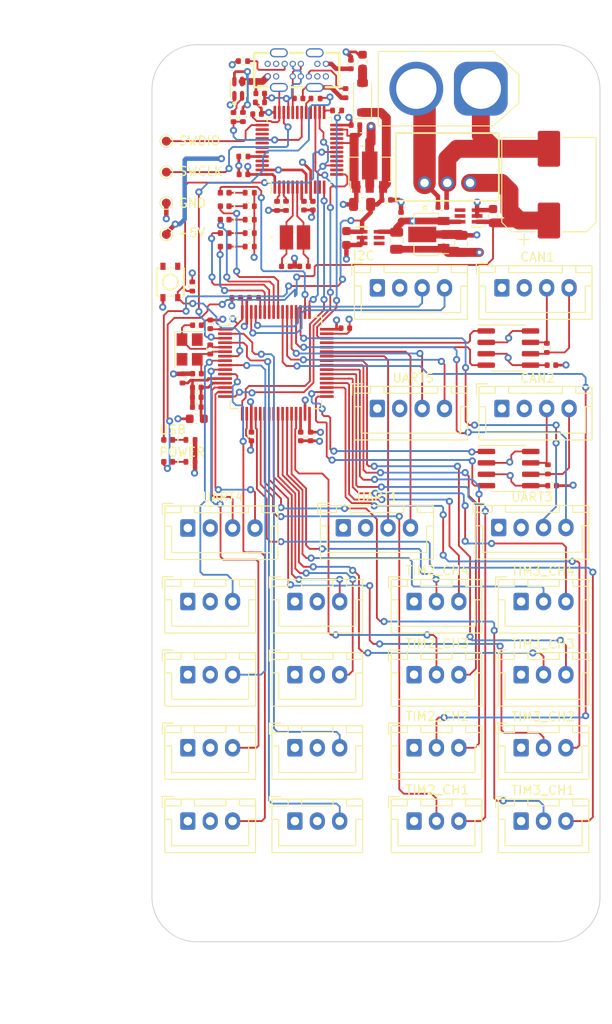
<source format=kicad_pcb>
(kicad_pcb (version 20221018) (generator pcbnew)
  (layers (0 "F.Cu" signal) (1 "In1.Cu" signal) (2 "In2.Cu" signal) (31 "B.Cu" signal) (34 "B.Paste" user) (35 "F.Paste" user) (36 "B.SilkS" user "B.Silkscreen") (37 "F.SilkS" user "F.Silkscreen") (38 "B.Mask" user) (39 "F.Mask" user) (44 "Edge.Cuts" user))
  (net 0 "")
  (net 1 "/VBUS_USB")
  (net 2 "GND")
  (net 3 "/VIN")
  (net 4 "+5V")
  (net 5 "+3.3V")
  (net 6 "Net-(IC103-+VIN)")
  (net 7 "Net-(C201-Pad1)")
  (net 8 "/ST-LinkV2_1/USB_DP")
  (net 9 "/ST-LinkV2_1/USB_DM")
  (net 10 "/ST-LinkV2_1/PD0")
  (net 11 "/ST-LinkV2_1/PD1")
  (net 12 "/ST-LinkV2_1/STLink_NRST")
  (net 13 "/STM32F446RET6/PH0")
  (net 14 "/STM32F446RET6/PH1")
  (net 15 "Net-(U301-VCAP_1)")
  (net 16 "+3.3VA")
  (net 17 "GNDA")
  (net 18 "Net-(D101-K)")
  (net 19 "/GPIO_out_PA15")
  (net 20 "Net-(D102-K)")
  (net 21 "/GPIO_out_PB4")
  (net 22 "Net-(D103-K)")
  (net 23 "/GPIO_out_PB5")
  (net 24 "Net-(D104-K)")
  (net 25 "/GPIO_out_PB6")
  (net 26 "Net-(D105-K)")
  (net 27 "/GPIO_out_PB7")
  (net 28 "Net-(D106-K)")
  (net 29 "Net-(D107-K)")
  (net 30 "Net-(D201-A)")
  (net 31 "Net-(D202-A2)")
  (net 32 "Net-(D202-K1)")
  (net 37 "/UART4_TX")
  (net 38 "/UART4_RX")
  (net 39 "/USART1_TX")
  (net 40 "/USART1_RX")
  (net 41 "/UART3_TX")
  (net 42 "/UART3_RX")
  (net 43 "/UART5_TX")
  (net 44 "/UART5_RX")
  (net 45 "/I2C_SCL")
  (net 46 "/I2C_SDA")
  (net 47 "/CAN1/CANH")
  (net 48 "/CAN1/CANL")
  (net 49 "/CAN2/CANH")
  (net 50 "/CAN2/CANL")
  (net 51 "/TIM2_CH1")
  (net 52 "/GPIO_out_PA8")
  (net 53 "/TIM3_CH1")
  (net 54 "/GPIO_out_PC9")
  (net 55 "/TIM3_CH2")
  (net 56 "/GPIO_out_PC8")
  (net 57 "/TIM3_CH3")
  (net 58 "/GPIO_out_PC7")
  (net 59 "/TIM3_CH4")
  (net 60 "/GPIO_out_PC6")
  (net 61 "/TIM2_CH4")
  (net 62 "/GPIO_out_PB15")
  (net 63 "/TIM2_CH3")
  (net 64 "/GPIO_out_PB14")
  (net 65 "/TIM2_CH2")
  (net 66 "/GPIO_out_PA4")
  (net 67 "/GPIO_in_PC0")
  (net 68 "/GPIO_in_PC1")
  (net 69 "/GPIO_in_PC2")
  (net 70 "/GPIO_in_PC3")
  (net 71 "/GPIO_in_PC4")
  (net 72 "/GPIO_in_PC5")
  (net 73 "/GPIO_in_PC13")
  (net 74 "/GPIO_in_PC15")
  (net 75 "Net-(J201-CC1)")
  (net 76 "Net-(J201-CC2)")
  (net 77 "/ST-LinkV2_1/STLink_SWCLK")
  (net 78 "/ST-LinkV2_1/STLink_SWDIO")
  (net 79 "Net-(U201-BOOT0)")
  (net 80 "Net-(U201-PC13)")
  (net 81 "Net-(U201-PC14)")
  (net 82 "/TMS")
  (net 83 "/ST-LinkV2_1/T_SWDIO_IN")
  (net 84 "Net-(U201-PA8)")
  (net 85 "/MCO")
  (net 86 "/ST-LinkV2_1/STLink_TX")
  (net 87 "/STM32F446RET6/BOOT0")
  (net 88 "/NRST")
  (net 92 "/USART_RX")
  (net 93 "/USART_TX")
  (net 95 "/TCK")
  (net 96 "/ST-LinkV2_1/T_JTDO")
  (net 97 "/ST-LinkV2_1/T_JTDI")
  (net 98 "/ST-LinkV2_1/T_JRST")
  (net 101 "/ST-LinkV2_1/PWR_ENn")
  (net 102 "/ST-LinkV2_1/STLink_RX")
  (net 111 "/CAN2_RX")
  (net 112 "/CAN2_TX")
  (net 113 "/CAN1_RX")
  (net 114 "/CAN1_TX")
  (net 117 "/ST-LinkV2_1/ST-LIN3V3")
  (footprint "Connector_JST:JST_XH_B3B-XH-A_1x03_P2.50mm_Vertical" (layer "F.Cu") (at 129.25 120.225)
    (fp_text reference "J111" hide)
    (fp_text value "XH_3P")
  )
  (footprint "Resistor_SMD:R_0402_1005Metric" (layer "F.Cu") (at 104.3 96.5)
    (fp_text reference "R107" hide)
    (fp_text value "4.7k")
  )
  (footprint "Capacitor_SMD:C_0402_1005Metric" (layer "F.Cu") (at 111.73 57.73 180)
    (fp_text reference "C209" hide)
    (fp_text value "0.1uF")
  )
  (footprint "Capacitor_SMD:C_0402_1005Metric" (layer "F.Cu") (at 105 88.2 180)
    (fp_text reference "C309" hide)
    (fp_text value "0.01uF")
  )
  (footprint "Capacitor_SMD:C_0402_1005Metric" (layer "F.Cu") (at 112.08 55.43 180)
    (fp_text reference "C202" hide)
    (fp_text value "47pF")
  )
  (footprint "TestPoint:TestPoint_Pad_D1.0mm" (layer "F.Cu") (at 101.6 60.75)
    (fp_text reference "J202" hide)
    (fp_text value "Conn_01x01")
  )
  (footprint "Resistor_SMD:R_0402_1005Metric" (layer "F.Cu") (at 110.15 58.06 -90)
    (fp_text reference "R210" hide)
    (fp_text value "4.7K")
  )
  (footprint "Connector_JST:JST_XH_B3B-XH-A_1x03_P2.50mm_Vertical" (layer "F.Cu") (at 104 128.375)
    (fp_text reference "J119" hide)
    (fp_text value "XH_3P")
  )
  (footprint "TestPoint:TestPoint_Pad_D1.0mm" (layer "F.Cu") (at 101.6 71.15)
    (fp_text reference "J205" hide)
    (fp_text value "Conn_01x01")
  )
  (footprint "Connector_JST:JST_XH_B3B-XH-A_1x03_P2.50mm_Vertical" (layer "F.Cu") (at 129.25 112.075)
    (fp_text reference "J112" hide)
    (fp_text value "XH_3P")
  )
  (footprint "Connector_JST:JST_XH_B4B-XH-A_1x04_P2.50mm_Vertical" (layer "F.Cu") (at 139.05 90.55)
    (fp_text reference "J108" hide)
    (fp_text value "XH_4P")
  )
  (footprint "Resistor_SMD:R_0402_1005Metric" (layer "F.Cu") (at 121.6 55.4 90)
    (fp_text reference "R202" hide)
    (fp_text value "5.1k")
  )
  (footprint "LED_SMD:LED_0402_1005Metric" (layer "F.Cu") (at 108.115 71 180)
    (fp_text reference "D104" hide)
    (fp_text value "LED_Small")
  )
  (footprint "Capacitor_SMD:C_0402_1005Metric" (layer "F.Cu") (at 116.36 55.99)
    (fp_text reference "C203" hide)
    (fp_text value "47pF")
  )
  (footprint "Resistor_SMD:R_0402_1005Metric" (layer "F.Cu") (at 144.184999 97.344001 -90)
    (fp_text reference "R501" hide)
    (fp_text value "120")
  )
  (footprint "Capacitor_SMD:C_0402_1005Metric" (layer "F.Cu") (at 126.15 67.3)
    (fp_text reference "C214" hide)
    (fp_text value "0.1uF")
  )
  (footprint "Resistor_SMD:R_0402_1005Metric" (layer "F.Cu") (at 110.91 66.5)
    (fp_text reference "R101" hide)
    (fp_text value "4.7k")
  )
  (footprint "SamacSys_Parts:M78AR05" (layer "F.Cu") (at 132.96 67.4)
    (fp_text reference "IC103" hide)
    (fp_text value "M78AR05-0.5" hide)
  )
  (footprint "Resistor_SMD:R_0402_1005Metric" (layer "F.Cu") (at 112.05 56.43)
    (fp_text reference "R208" hide)
    (fp_text value "4.7k")
  )
  (footprint "LED_SMD:LED_0402_1005Metric" (layer "F.Cu") (at 108.115 68 180)
    (fp_text reference "D102" hide)
    (fp_text value "LED_Small" hide)
  )
  (footprint "LED_SMD:LED_0402_1005Metric" (layer "F.Cu") (at 101.805 96.5 180)
    (fp_text reference "D107" hide)
    (fp_text value "POWER")
  )
  (footprint "Capacitor_SMD:C_0402_1005Metric" (layer "F.Cu") (at 122.71 58.96)
    (fp_text reference "C212" hide)
    (fp_text value "0.1uF")
  )
  (footprint "Resistor_SMD:R_0402_1005Metric" (layer "F.Cu") (at 110.2 62.460001)
    (fp_text reference "R203" hide)
    (fp_text value "100k")
  )
  (footprint "Resistor_SMD:R_0402_1005Metric" (layer "F.Cu") (at 104.3 94.05)
    (fp_text reference "R106" hide)
    (fp_text value "4.7k")
  )
  (footprint "Capacitor_SMD:C_0805_2012Metric" (layer "F.Cu") (at 123.45 67.8 180)
    (fp_text reference "C213" hide)
    (fp_text value "10uF")
  )
  (footprint "Resistor_SMD:R_0402_1005Metric" (layer "F.Cu") (at 110.16 51.83)
    (fp_text reference "R201" hide)
    (fp_text value "5.1k")
  )
  (footprint "Connector_JST:JST_XH_B3B-XH-A_1x03_P2.50mm_Vertical" (layer "F.Cu") (at 141.199999 136.55)
    (fp_text reference "J113" hide)
    (fp_text value "XH_3P")
  )
  (footprint "Connector_JST:JST_XH_B3B-XH-A_1x03_P2.50mm_Vertical" (layer "F.Cu") (at 115.950001 128.375)
    (fp_text reference "J123" hide)
    (fp_text value "XH_3P")
  )
  (footprint "LED_SMD:LED_0402_1005Metric" (layer "F.Cu") (at 101.805 94.05 180)
    (fp_text reference "D106" hide)
    (fp_text value "POWER")
  )
  (footprint "Kicad_Myfp:LED-SMD_4P-L1.6-W1.6-BL-RD" (layer "F.Cu") (at 109.625 54.899)
    (fp_text reference "D202" hide)
    (fp_text value "LED_Dual_AAKK" hide)
  )
  (footprint "SamacSys_Parts:SOT65P210X110-6N" (layer "F.Cu") (at 124.4 71.5)
    (fp_text reference "IC101" hide)
    (fp_text value "LM66100DCKT" hide)
  )
  (footprint "Connector_JST:JST_XH_B3B-XH-A_1x03_P2.50mm_Vertical" (layer "F.Cu") (at 141.2 112.075)
    (fp_text reference "J116" hide)
    (fp_text value "XH_3P")
  )
  (footprint "Package_SO:SOIC-8_3.9x4.9mm_P1.27mm" (layer "F.Cu") (at 139.8 97.25)
    (fp_text reference "U501" hide)
    (fp_text value "MCP2562-E-P")
  )
  (footprint "Resistor_SMD:R_0402_1005Metric" (layer "F.Cu") (at 118.26 56)
    (fp_text reference "R207" hide)
    (fp_text value "100")
  )
  (footprint "Capacitor_SMD:C_0402_1005Metric" (layer "F.Cu") (at 111.1 93.67 -90)
    (fp_text reference "C307" hide)
    (fp_text value "0.1uF")
  )
  (footprint "Resistor_SMD:R_0402_1005Metric" (layer "F.Cu") (at 110.91 71)
    (fp_text reference "R104" hide)
    (fp_text value "4.7k")
  )
  (footprint "Kicad_Myfp:SW-SMD_4P-L3.0-W2.8-P1.65-TL_GT-TS171A-H014-L1" (layer "F.Cu") (at 102.05 76.449999 90)
    (fp_text reference "SW301" hide)
    (fp_text value "SW_Push_45deg" hide)
  )
  (footprint "MountingHole:MountingHole_3.2mm_M3" (layer "F.Cu") (at 145 145)
    (fp_text reference "H103" hide)
    (fp_text value "M3")
  )
  (footprint "Capacitor_SMD:CP_Elec_10x10" (layer "F.Cu") (at 144.3 65.6 90)
    (fp_text reference "C107" hide)
    (fp_text value "220uF")
  )
  (footprint "Capacitor_SMD:C_0402_1005Metric" (layer "F.Cu") (at 105.02 86.67 180)
    (fp_text reference "C302" hide)
    (fp_text value "20pF")
  )
  (footprint "Package_SO:SOIC-8_3.9x4.9mm_P1.27mm" (layer "F.Cu") (at 139.775 83.815)
    (fp_text reference "U401" hide)
    (fp_text value "MCP2562-E-P")
  )
  (footprint "Package_TO_SOT_SMD:SOT-89-3" (layer "F.Cu") (at 124.3 63.9 90)
    (fp_text reference "U202" hide)
    (fp_text value "AMS1117-3.3")
  )
  (footprint "SamacSys_Parts:NX3225GD8MHZSTDCRA3" (layer "F.Cu") (at 115.96 71.48)
    (fp_text reference "Y201" hide)
    (fp_text value "NX3225GD-8MHZ-STD-CRA-3" hide)
  )
  (footprint "Resistor_SMD:R_0402_1005Metric" (layer "F.Cu") (at 106.5 83.97 90)
    (fp_text reference "R303" hide)
    (fp_text value "1M")
  )
  (footprint "Connector_JST:JST_XH_B4B-XH-A_1x04_P2.50mm_Vertical" (layer "F.Cu") (at 121.350001 103.85)
    (fp_text reference "J103" hide)
    (fp_text value "XH_4P")
  )
  (footprint "Capacitor_SMD:C_0805_2012Metric" (layer "F.Cu") (at 123.5 60.55 180)
    (fp_text reference "C215" hide)
    (fp_text value "10uF")
  )
  (footprint "LED_SMD:LED_0402_1005Metric" (layer "F.Cu") (at 108.115 72.5 180)
    (fp_text reference "D105" hide)
    (fp_text value "LED_Small")
  )
  (footprint "Capacitor_SMD:C_0603_1608Metric" (layer "F.Cu") (at 121.7 71.55 -90)
    (fp_text reference "C101" hide)
    (fp_text value "1uF")
  )
  (footprint "LED_SMD:LED_0402_1005Metric" (layer "F.Cu") (at 108.115 69.5 180)
    (fp_text reference "D103" hide)
    (fp_text value "LED_Small")
  )
  (footprint "Capacitor_SMD:C_0402_1005Metric" (layer "F.Cu") (at 109.4 78.2 180)
    (fp_text reference "C305" hide)
    (fp_text value "0.1uF")
  )
  (footprint "Package_QFP:LQFP-48_7x7mm_P0.5mm" (layer "F.Cu") (at 116.46 61.71 90)
    (fp_text reference "U201" hide)
    (fp_text value "STM32F103CBTx")
  )
  (footprint "TestPoint:TestPoint_Pad_D1.0mm" (layer "F.Cu") (at 101.6 64.2)
    (fp_text reference "J203" hide)
    (fp_text value "Conn_01x01")
  )
  (footprint "SamacSys_Parts:SOT65P210X110-6N" (layer "F.Cu") (at 135.332502 69.0875 180)
    (fp_text reference "IC102" hide)
    (fp_text value "LM66100DCKT" hide)
  )
  (footprint "MountingHole:MountingHole_3.2mm_M3" (layer "F.Cu") (at 105 55)
    (fp_text reference "H101" hide)
    (fp_text value "M3")
  )
  (footprint "Resistor_SMD:R_0402_1005Metric" (layer "F.Cu") (at 114.96 67.96 90)
    (fp_text reference "R205" hide)
    (fp_text value "10k")
  )
  (footprint "Connector_JST:JST_XH_B3B-XH-A_1x03_P2.50mm_Vertical" (layer "F.Cu") (at 129.25 136.55)
    (fp_text reference "J109" hide)
    (fp_text value "XH_3P")
  )
  (footprint "Resistor_SMD:R_0402_1005Metric" (layer "F.Cu") (at 110.91 72.5)
    (fp_text reference "R105" hide)
    (fp_text value "4.7k")
  )
  (footprint "Crystal:Crystal_SMD_3225-4Pin_3.2x2.5mm" (layer "F.Cu") (at 104.2 83.97 -90)
    (fp_text reference "Y301" hide)
    (fp_text value "SX3B16.000F1510F30")
  )
  (footprint "Connector_JST:JST_XH_B4B-XH-A_1x04_P2.50mm_Vertical" (layer "F.Cu") (at 139.05 77.1)
    (fp_text reference "J107" hide)
    (fp_text value "XH_4P")
  )
  (footprint "Package_TO_SOT_SMD:SOT-89-3" (layer "F.Cu") (at 130.599999 71.149999 180)
    (fp_text reference "U101" hide)
    (fp_text value "AMS1117-3.3")
  )
  (footprint "Connector_JST:JST_XH_B4B-XH-A_1x04_P2.50mm_Vertical" (layer "F.Cu") (at 125.15 77.1)
    (fp_text reference "J106" hide)
    (fp_text value "XH_4P")
  )
  (footprint "Capacitor_SMD:C_0402_1005Metric" (layer "F.Cu") (at 117.7 93.67 -90)
    (fp_text reference "C308" hide)
    (fp_text value "0.1uF")
  )
  (footprint "Capacitor_SMD:C_0402_1005Metric" (layer "F.Cu") (at 105 89.3 180)
    (fp_text reference "C310" hide)
    (fp_text value "0.1uF")
  )
  (footprint "Connector_JST:JST_XH_B3B-XH-A_1x03_P2.50mm_Vertical" (layer "F.Cu") (at 141.199999 128.375)
    (fp_text reference "J114" hide)
    (fp_text value "XH_3P")
  )
  (footprint "Connector_JST:JST_XH_B4B-XH-A_1x04_P2.50mm_Vertical" (layer "F.Cu") (at 125.15 90.55)
    (fp_text reference "J105" hide)
    (fp_text value "XH_4P")
  )
  (footprint "Resistor_SMD:R_0402_1005Metric" (layer "F.Cu") (at 110.91 69.5)
    (fp_text reference "R103" hide)
    (fp_text value "4.7k")
  )
  (footprint "Resistor_SMD:R_0402_1005Metric" (layer "F.Cu") (at 113.96 67.97 90)
    (fp_text reference "R204" hide)
    (fp_text value "10k")
  )
  (footprint "Inductor_SMD:L_0603_1608Metric" (layer "F.Cu") (at 105 91.7)
    (fp_text reference "L301" hide)
    (fp_text value "L_Small")
  )
  (footprint "Type-C:USB-C-TH_SHOUHAN_TYPE-C-14PLC-H10.0" (layer "F.Cu") (at 116.16 52.83 180)
    (fp_text reference "J201" hide)
    (fp_text value "TYPE-C-14PLC-H10.0" hide)
  )
  (footprint "Connector_JST:JST_XH_B3B-XH-A_1x03_P2.50mm_Vertical" (layer "F.Cu") (at 115.95 136.55)
    (fp_text reference "J124" hide)
    (fp_text value "XH_3P")
  )
  (footprint "Capacitor_SMD:C_0402_1005Metric" (layer "F.Cu") (at 144.58 85.719001)
    (fp_text reference "C401" hide)
    (fp_text value "0.1uF")
  )
  (footprint "MountingHole:MountingHole_3.2mm_M3" (layer "F.Cu") (at 145 55)
    (fp_text reference "H104" hide)
    (fp_text value "M3")
  )
  (footprint "Connector_JST:JST_XH_B3B-XH-A_1x03_P2.50mm_Vertical" (layer "F.Cu") (at 129.25 128.375)
    (fp_text reference "J110" hide)
    (fp_text value "XH_3P")
  )
  (footprint "Resistor_SMD:R_0402_1005Metric" (layer "F.Cu") (at 109.098 58.0675 90)
    (fp_text reference "R209" hide)
    (fp_text value "4.7K")
  )
  (footprint "MountingHole:MountingHole_3.2mm_M3" (layer "F.Cu") (at 105 145)
    (fp_text reference "H102" hide)
    (fp_text value "M3")
  )
  (footprint "Capacitor_SMD:C_0402_1005Metric" (layer "F.Cu") (at 105.02 81.27)
    (fp_text reference "C301" hide)
    (fp_text value "20pF")
  )
  (footprint "Capacitor_SMD:C_0402_1005Metric" (layer "F.Cu") (at 144.655 99.155)
    (fp_text reference "C501" hide)
    (fp_text value "0.1uF")
  )
  (footprint "Resistor_SMD:R_0402_1005Metric" (layer "F.Cu") (at 144.064999 83.795 -90)
    (fp_text reference "R401" hide)
    (fp_text value "120")
  )
  (footprint "Capacitor_SMD:C_0402_1005Metric" (layer "F.Cu") (at 105 90.4 180)
    (fp_text reference "C311" hide)
    (fp_text value "1uF")
  )
  (footprint "Connector_AMASS:AMASS_XT60-M_1x02_P7.20mm_Vertical" (layer "F.Cu") (at 136.7 54.9 180)
    (fp_text reference "J101" hide)
    (fp_text value "XT60")
  )
  (footprint "Capacitor_SMD:C_0805_2012Metric" (layer "F.Cu") (at 127.3 71.85 -90)
    (fp_text reference "C103" hide)
    (fp_text value "10uF")
  )
  (footprint "Capacitor_SMD:C_0402_1005Metric" (layer "F.Cu") (at 114.94 74.71)
    (fp_text reference "C206" hide)
    (fp_text value "10pF")
  )
  (footprint "Capacitor_SMD:C_0805_2012Metric" (layer "F.Cu") (at 134.5 72.2 -90)
    (fp_text reference "C105" hide)
    (fp_text value "10uF")
  )
  (footprint "Connector_JST:JST_XH_B3B-XH-A_1x03_P2.50mm_Vertical" (layer "F.Cu") (at 104 120.225001)
    (fp_text reference "J118" hide)
    (fp_text value "XH_3P")
  )
  (footprint "Capacitor_SMD:C_0402_1005Metric" (layer "F.Cu") (at 121.58 81.6)
    (fp_text reference "C304" hide)
    (fp_text value "0.1uF")
  )
  (footprint "Package_QFP:LQFP-64_10x10mm_P0.5mm" (layer "F.Cu") (at 113.83 85.47)
    (fp_text reference "U301" hide)
    (fp_text value "STM32F446RETx")
  )
  (footprint "Resistor_SMD:R_0402_1005Metric" (layer "F.Cu") (at 120.66 57.33 180)
    (fp_text reference "R206" hide)
    (fp_text value "100")
  )
  (footprint "Capacitor_SMD:C_0402_1005Metric" (layer "F.Cu") (at 106.5 81.17 90)
    (fp_text reference "C306" hide)
    (fp_text value "0.1uF")
  )
  (footprint "Connector_JST:JST_XH_B4B-XH-A_1x04_P2.50mm_Vertical" (layer "F.Cu") (at 138.7 103.825)
    (fp_text reference "J104" hide)
    (fp_text value "XH_4P")
  )
  (footprint "Resistor_SMD:R_0402_1005Metric" (layer "F.Cu") (at 104.5 76.95 -90)
    (fp_text reference "R302" hide)
    (fp_text value "4.7k")
  )
  (footprint "Resistor_SMD:R_0402_1005Metric" (layer "F.Cu") (at 103.4 87.2 -90)
    (fp_text reference "R304" hide)
    (fp_text value "0")
  )
  (footprint "Connector_JST:JST_XH_B3B-XH-A_1x03_P2.50mm_Vertical" (layer "F.Cu") (at 104 112.075)
    (fp_text reference "J117" hide)
    (fp_text value "XH_3P")
  )
  (footprint "Capacitor_SMD:C_0402_1005Metric" (layer "F.Cu") (at 110.21 64.46 180)
    (fp_text reference "C210" hide)
    (fp_text value "0.1uF")
  )
  (footprint "Capacitor_SMD:C_0402_1005Metric" (layer "F.Cu") (at 117.96 67.94 -90)
    (fp_text reference "C211" hide)
    (fp_text value "0.1uF")
  )
  (footprint "Diode_SMD:D_SOD-123" (layer "F.Cu") (at 123.5 55.9 90)
    (fp_text reference "D201" hide)
    (fp_text value "D_Shockley")
  )
  (footprint "Resistor_SMD:R_0402_1005Metric" (layer "F.Cu") (at 111.39 78.2 180)
    (fp_text reference "R301" hide)
    (fp_text value "4.7k")
  )
  (footprint "Capacitor_SMD:C_0402_1005Metric" (layer "F.Cu") (at 116.96 74.71 180)
    (fp_text reference "C207" hide)
    (fp_text value "10pF")
  )
  (footprint "Capacitor_SMD:C_0603_1608Metric" (layer "F.Cu") (at 138.0625 69.087501 90)
    (fp_text reference "C102" hide)
    (fp_text value "1uF")
  )
  (footprint "Connector_JST:JST_XH_B3B-XH-A_1x03_P2.50mm_Vertical" (layer "F.Cu") (at 115.95 112.075)
    (fp_text reference "J121" hide)
    (fp_text value "XH_3P")
  )
  (footprint "Capacitor_SMD:C_0402_1005Metric" (layer "F.Cu") (at 116.6 93.67 -90)
    (fp_text reference "C303" hide)
    (fp_text value "4.7uF")
  )
  (footprint "Connector_JST:JST_XH_B3B-XH-A_1x03_P2.50mm_Vertical" (layer "F.Cu") (at 104 136.550001)
    (fp_text reference "J120" hide)
    (fp_text value "XH_3P")
  )
  (footprint "Connector_JST:JST_XH_B3B-XH-A_1x03_P2.50mm_Vertical" (layer "F.Cu") (at 115.95 120.225001)
    (fp_text reference "J122" hide)
    (fp_text value "XH_3P")
  )
  (footprint "Resistor_SMD:R_0402_1005Metric" (layer "F.Cu") (at 110.91 68)
    (fp_text reference "R102" hide)
    (fp_text value "4.7k")
  )
  (footprint "Capacitor_SMD:C_0402_1005Metric" (layer "F.Cu") (at 132.400001 68.1)
    (fp_text reference "C106" hide)
    (fp_text value "0.1uF")
  )
  (footprint "LED_SMD:LED_0402_1005Metric" (layer "F.Cu") (at 108.115 66.5 180)
    (fp_text reference "D101" hide)
    (fp_text value "LED_Small")
  )
  (footprint "Inductor_SMD:L_0603_1608Metric" (layer "F.Cu") (at 123.5 51.9 -90)
    (fp_text reference "FB201" hide)
    (fp_text value "FerriteBead_Small")
  )
  (footprint "Capacitor_SMD:C_0402_1005Metric" (layer "F.Cu") (at 122.2 52.2 -90)
    (fp_text reference "C201" hide)
    (fp_text value "0.1uF")
  )
  (footprint "Capacitor_SMD:C_0402_1005Metric" (layer "F.Cu") (at 127.8 69.17 90)
    (fp_text reference "C104" hide)
    (fp_text value "0.1uF")
  )
  (footprint "TestPoint:TestPoint_Pad_D1.0mm" (layer "F.Cu") (at 101.6 67.65)
    (fp_text reference "J204" hide)
    (fp_text value "Conn_01x01")
  )
  (footprint "Connector_JST:JST_XH_B4B-XH-A_1x04_P2.50mm_Vertical" (layer "F.Cu") (at 104 103.875)
    (fp_text reference "J102" hide)
    (fp_text value "XH_4P")
  )
  (footprint "Capacitor_SMD:C_0402_1005Metric" (layer "F.Cu") (at 116.96 67.94 -90)
    (fp_text reference "C208" hide)
    (fp_text value "0.1uF")
  )
  (footprint "Connector_JST:JST_XH_B3B-XH-A_1x03_P2.50mm_Vertical" (layer "F.Cu") (at 141.2 120.225)
    (fp_text reference "J115" hide)
    (fp_text value "XH_3P")
  )
  (gr_arc (start 100 55) (mid 101.464466 51.464466) (end 105 50) (stroke (width 0.1)) (layer "Edge.Cuts"))
  (gr_line locked (start 150 145) (end 150 55) (stroke (width 0.1)) (layer "Edge.Cuts"))
  (gr_line locked (start 100 55) (end 100 145) (stroke (width 0.1)) (layer "Edge.Cuts"))
  (gr_arc locked (start 150 145) (mid 148.535534 148.535534) (end 145 150) (stroke (width 0.1)) (layer "Edge.Cuts"))
  (gr_arc locked (start 105 150) (mid 101.464466 148.535534) (end 100 145) (stroke (width 0.1)) (layer "Edge.Cuts"))
  (gr_line (start 145 50) (end 105 50) (stroke (width 0.1)) (layer "Edge.Cuts"))
  (gr_line locked (start 105 150) (end 145 150) (stroke (width 0.1)) (layer "Edge.Cuts"))
  (gr_arc (start 145 50) (mid 148.535534 51.464466) (end 150 55) (stroke (width 0.1)) (layer "Edge.Cuts"))
  (gr_text "TIM3_CH4" (at 140 109.25) (layer "F.SilkS") (effects (font (size 1 1)) (justify left bottom)))
  (gr_text "CAN2" (at 141 87.75) (layer "F.SilkS") (effects (font (size 1 1)) (justify left bottom)))
  (gr_text "TIM3_CH2" (at 140 125.5) (layer "F.SilkS") (effects (font (size 1 1)) (justify left bottom)))
  (gr_text "SWCLK" (at 102.9 64.7) (layer "F.SilkS") (effects (font (size 1 1)) (justify left bottom)))
  (gr_text "SWDIO" (at 102.9 61.3) (layer "F.SilkS") (effects (font (size 1 1)) (justify left bottom)))
  (gr_text "TIM2_CH2" (at 128.2 125.45) (layer "F.SilkS") (effects (font (size 1 1)) (justify left bottom)))
  (gr_text "TIM2_CH1" (at 128.2 133.65) (layer "F.SilkS") (effects (font (size 1 1)) (justify left bottom)))
  (gr_text "UART1" (at 122.75 101) (layer "F.SilkS") (effects (font (size 1 1)) (justify left bottom)))
  (gr_text "TIM2_CH4" (at 128.2 109.2) (layer "F.SilkS") (effects (font (size 1 1)) (justify left bottom)))
  (gr_text "TIM2_CH3" (at 128.2 117.35) (layer "F.SilkS") (effects (font (size 1 1)) (justify left bottom)))
  (gr_text "UART3" (at 140 101) (layer "F.SilkS") (effects (font (size 1 1)) (justify left bottom)))
  (gr_text "UART5" (at 126.75 87.736678) (layer "F.SilkS") (effects (font (size 1 1)) (justify left bottom)))
  (gr_text "UART4" (at 105.5 101) (layer "F.SilkS") (effects (font (size 1 1)) (justify left bottom)))
  (gr_text "GND" (at 102.9 68.25) (layer "F.SilkS") (effects (font (size 1 1)) (justify left bottom)))
  (gr_text "USB" (at 100.71 93.5) (layer "F.SilkS") (effects (font (size 1 1)) (justify left bottom)))
  (gr_text "TIM3_CH3" (at 140 117.4) (layer "F.SilkS") (effects (font (size 1 1)) (justify left bottom)))
  (gr_text "TIM3_CH1" (at 140 133.7) (layer "F.SilkS") (effects (font (size 1 1)) (justify left bottom)))
  (gr_text "POWER" (at 100.71 96) (layer "F.SilkS") (effects (font (size 1 1)) (justify left bottom)))
  (gr_text "I2C" (at 122.3 74.1) (layer "F.SilkS") (effects (font (size 1 1)) (justify left bottom)))
  (gr_text "+5V" (at 102.8 71.55) (layer "F.SilkS") (effects (font (size 1 1)) (justify left bottom)))
  (gr_text "CAN1" (at 141 74.25) (layer "F.SilkS") (effects (font (size 1 1)) (justify left bottom)))
  (segment (start 101.8 79.7) (end 103.8 79.7) (width 0.2) (layer "F.Cu") (net 1))
  (segment (start 115.25 76.9) (end 120.75 76.9) (width 0.2) (layer "F.Cu") (net 1))
  (segment (start 126.15 58.15) (end 125.55 57.55) (width 1) (layer "F.Cu") (net 1))
  (segment (start 101.32 80.18) (end 101.8 79.7) (width 0.2) (layer "F.Cu") (net 1))
  (segment (start 125.64 67.3) (end 125.64 66.01) (width 0.5) (layer "F.Cu") (net 1))
  (segment (start 123.4 69.6) (end 123.45 69.65) (width 0.2) (layer "F.Cu") (net 1))
  (segment (start 120.75 76.9) (end 121.05 76.6) (width 0.2) (layer "F.Cu") (net 1))
  (segment (start 121.775 70.85) (end 121.7 70.775) (width 0.5) (layer "F.Cu") (net 1))
  (segment (start 125.55 57.55) (end 123.5 57.55) (width 1) (layer "F.Cu") (net 1))
  (segment (start 121.05 76.6) (end 121.05 76.36) (width 0.2) (layer "F.Cu") (net 1))
  (segment (start 122.2 69.6) (end 123.4 69.6) (width 0.2) (layer "F.Cu") (net 1))
  (segment (start 124.4 67.8) (end 125.14 67.8) (width 0.5) (layer "F.Cu") (net 1))
  (segment (start 126.15 65.5) (end 126.15 58.15) (width 1) (layer "F.Cu") (net 1))
  (segment (start 125.8 65.85) (end 126.15 65.5) (width 1) (layer "F.Cu") (net 1))
  (segment (start 101.32 94.05) (end 101.32 80.18) (width 0.2) (layer "F.Cu") (net 1))
  (segment (start 125.64 66.01) (end 125.8 65.85) (width 0.5) (layer "F.Cu") (net 1))
  (segment (start 123.45 70.85) (end 123.45 69.65) (width 0.5) (layer "F.Cu") (net 1))
  (segment (start 124.4 68.7) (end 124.4 67.8) (width 0.5) (layer "F.Cu") (net 1))
  (segment (start 121.05 76.36) (end 121.26 76.15) (width 0.2) (layer "F.Cu") (net 1))
  (segment (start 125.14 67.8) (end 125.64 67.3) (width 0.5) (layer "F.Cu") (net 1))
  (segment (start 123.45 70.85) (end 121.775 70.85) (width 0.5) (layer "F.Cu") (net 1))
  (segment (start 123.45 69.65) (end 124.4 68.7) (width 0.5) (layer "F.Cu") (net 1))
  (via (at 121.26 76.15) (size 0.8) (drill 0.4) (layers "F.Cu" "B.Cu") (net 1))
  (via (at 115.25 76.9) (size 0.8) (drill 0.4) (layers "F.Cu" "B.Cu") (net 1))
  (via (at 122.2 69.6) (size 0.8) (drill 0.4) (layers "F.Cu" "B.Cu") (net 1))
  (via (at 103.8 79.7) (size 0.8) (drill 0.4) (layers "F.Cu" "B.Cu") (net 1))
  (segment (start 105.95 78.05) (end 105.885 78.05) (width 0.2) (layer "B.Cu") (net 1))
  (segment (start 121.05 69.9) (end 121.35 69.6) (width 0.2) (layer "B.Cu") (net 1))
  (segment (start 103.8 78.25) (end 103.8 79.7) (width 0.2) (layer "B.Cu") (net 1))
  (segment (start 114.7 78.05) (end 115.05 77.7) (width 0.2) (layer "B.Cu") (net 1))
  (segment (start 121.05 75.94) (end 121.05 69.9) (width 0.2) (layer "B.Cu") (net 1))
  (segment (start 106.15 78.05) (end 104 78.05) (width 0.2) (layer "B.Cu") (net 1))
  (segment (start 115.05 77.1) (end 115.25 76.9) (width 0.2) (layer "B.Cu") (net 1))
  (segment (start 115.05 77.7) (end 115.05 77.1) (width 0.2) (layer "B.Cu") (net 1))
  (segment (start 121.35 69.6) (end 122.2 69.6) (width 0.2) (layer "B.Cu") (net 1))
  (segment (start 106.15 78.05) (end 114.7 78.05) (width 0.2) (layer "B.Cu") (net 1))
  (segment (start 105.95 78.05) (end 106.15 78.05) (width 0.2) (layer "B.Cu") (net 1))
  (segment (start 121.26 76.15) (end 121.05 75.94) (width 0.2) (layer "B.Cu") (net 1))
  (segment (start 104 78.05) (end 103.8 78.25) (width 0.2) (layer "B.Cu") (net 1))
  (segment (start 111.1 94.15) (end 111.1 95.1) (width 0.3) (layer "F.Cu") (net 2))
  (segment (start 110.58 81.12) (end 110.3 81.4) (width 0.3) (layer "F.Cu") (net 2))
  (segment (start 132.68 72.78) (end 132.549999 72.649999) (width 0.5) (layer "F.Cu") (net 2))
  (segment (start 104.81 96.5) (end 104.81 97.69) (width 0.5) (layer "F.Cu") (net 2))
  (segment (start 106.5 80.69) (end 106.08 80.69) (width 0.2) (layer "F.Cu") (net 2))
  (segment (start 117.13 54.76) (end 118.16 54.76) (width 0.2) (layer "F.Cu") (net 2))
  (segment (start 114.21 57.5475) (end 114.21 54.81) (width 0.2) (layer "F.Cu") (net 2))
  (segment (start 122.5 67.8) (end 121.35 67.8) (width 0.5) (layer "F.Cu") (net 2))
  (segment (start 111.66 54.098) (end 112.342 54.098) (width 0.75) (layer "F.Cu") (net 2))
  (segment (start 110.05 54.098) (end 111.66 54.098) (width 0.75) (layer "F.Cu") (net 2))
  (segment (start 111.42 73.68) (end 111.4 73.7) (width 0.2) (layer "F.Cu") (net 2))
  (segment (start 106.08 80.69) (end 105.5 81.27) (width 0.2) (layer "F.Cu") (net 2))
  (segment (start 117.96 68.42) (end 117.96 69.087446) (width 0.3) (layer "F.Cu") (net 2))
  (segment (start 110.58 91.145) (end 110.58 92.773866) (width 0.2) (layer "F.Cu") (net 2))
  (segment (start 138.2 61.6) (end 134.05 61.6) (width 2) (layer "F.Cu") (net 2))
  (segment (start 143.5 61.6) (end 138.2 61.6) (width 2) (layer "F.Cu") (net 2))
  (segment (start 122.8 65.85) (end 122.8 67.5) (width 0.5) (layer "F.Cu") (net 2))
  (segment (start 137.3 83.18) (end 139.62 83.18) (width 0.2) (layer "F.Cu") (net 2))
  (segment (start 127.8 67.55) (end 127.55 67.3) (width 0.5) (layer "F.Cu") (net 2))
  (segment (start 134.1 72.78) (end 132.68 72.78) (width 0.5) (layer "F.Cu") (net 2))
  (segment (start 119.992082 54.76) (end 121.142082 55.91) (width 0.5) (layer "F.Cu") (net 2))
  (segment (start 140.24 81.91) (end 142.25 81.91) (width 0.2) (layer "F.Cu") (net 2))
  (segment (start 114.21 54.81) (end 114.16 54.76) (width 0.2) (layer "F.Cu") (net 2))
  (segment (start 122.06 80.66) (end 122 80.6) (width 0.2) (layer "F.Cu") (net 2))
  (segment (start 113.02 68.47) (end 113.01 68.46) (width 0.3) (layer "F.Cu") (net 2))
  (segment (start 122.8 67.5) (end 122.5 67.8) (width 0.5) (layer "F.Cu") (net 2))
  (segment (start 139.62 83.18) (end 139.8 83) (width 0.2) (layer "F.Cu") (net 2))
  (segment (start 109.69 64.42) (end 109.73 64.46) (width 0.3) (layer "F.Cu") (net 2))
  (segment (start 122.06 81.94) (end 122.06 81.6) (width 0.2) (layer "F.Cu") (net 2))
  (segment (start 134.5 73.15) (end 133.05 73.15) (width 1) (layer "F.Cu") (net 2))
  (segment (start 139.8 83) (end 139.8 82.35) (width 0.2) (layer "F.Cu") (net 2))
  (segment (start 110.58 92.773866) (end 110.49 92.863866) (width 0.2) (layer "F.Cu") (net 2))
  (segment (start 146.180999 85.719001) (end 146.2 85.7) (width 0.3) (layer "F.Cu") (net 2))
  (segment (start 123.275 72.325) (end 123.45 72.15) (width 0.5) (layer "F.Cu") (net 2))
  (segment (start 116.84 55.93) (end 116.84 55.05) (width 0.2) (layer "F.Cu") (net 2))
  (segment (start 108.92 79.08) (end 108.9 79.1) (width 0.3) (layer "F.Cu") (net 2))
  (segment (start 109.65 51.83) (end 109.36 51.83) (width 0.2) (layer "F.Cu") (net 2))
  (segment (start 121.78 82.22) (end 122.06 81.94) (width 0.2) (layer "F.Cu") (net 2))
  (segment (start 111.25 58.08) (end 111.68 58.51) (width 0.2) (layer "F.Cu") (net 2))
  (segment (start 134.5 73.15) (end 136.55 73.15) (width 1) (layer "F.Cu") (net 2))
  (segment (start 116.48 74.71) (end 115.93 74.71) (width 0.5) (layer "F.Cu") (net 2))
  (segment (start 137.325 96.615) (end 139.835 96.615) (width 0.2) (layer "F.Cu") (net 2))
  (segment (start 118.65 94.15) (end 118.7 94.2) (width 0.3) (layer "F.Cu") (net 2))
  (segment (start 115.93 73.83) (end 115.9 73.8) (width 0.5) (layer "F.Cu") (net 2))
  (segment (start 104.54 86.67) (end 103.42 86.67) (width 0.5) (layer "F.Cu") (net 2))
  (segment (start 132.880001 68.1) (end 132.880001 65.479999) (width 0.5) (layer "F.Cu") (net 2))
  (segment (start 122.55 60.55) (end 122.55 65.6) (width 1) (layer "F.Cu") (net 2))
  (segment (start 121.7 72.325) (end 121.7 73.9) (width 0.5) (layer "F.Cu") (net 2))
  (segment (start 121.142082 55.91) (end 121.6 55.91) (width 0.5) (layer "F.Cu") (net 2))
  (segment (start 123.19 58.96) (end 123.19 59.91) (width 0.5) (layer "F.Cu") (net 2))
  (segment (start 106.5 80.69) (end 107.81 80.69) (width 0.3) (layer "F.Cu") (net 2))
  (segment (start 120.007818 52.13) (end 119.41 52.13) (width 0.5) (layer "F.Cu") (net 2))
  (segment (start 136.282502 69.0875) (end 136.282502 68.4375) (width 0.5) (layer "F.Cu") (net 2))
  (segment (start 110.58 78.5) (end 110.88 78.2) (width 0.3) (layer "F.Cu") (net 2))
  (segment (start 140.1 95.75) (end 140.505 95.345) (width 0.2) (layer "F.Cu") (net 2))
  (segment (start 139.835 96.615) (end 140.1 96.35) (width 0.2) (layer "F.Cu") (net 2))
  (segment (start 111.25 57.73) (end 111.25 58.08) (width 0.2) (layer "F.Cu") (net 2))
  (segment (start 117.08 91.145) (end 117.08 89.62) (width 0.3) (layer "F.Cu") (net 2))
  (segment (start 146.945 99.155) (end 147 99.1) (width 0.3) (layer "F.Cu") (net 2))
  (segment (start 121.7 72.325) (end 123.275 72.325) (width 0.5) (layer "F.Cu") (net 2))
  (segment (start 119.505 82.22) (end 121.78 82.22) (width 0.2) (layer "F.Cu") (net 2))
  (segment (start 109.36 51.83) (end 108.96 52.23) (width 0.2) (layer "F.Cu") (net 2))
  (segment (start 101.225 79.225) (end 101.2 79.25) (width 0.3) (layer "F.Cu") (net 2))
  (segment (start 122.55 60.55) (end 122.15 60.15) (width 0.2) (layer "F.Cu") (net 2))
  (segment (start 110.49 92.863866) (end 110.49 93.54) (width 0.2) (layer "F.Cu") (net 2))
  (segment (start 109.69 63.485) (end 109.69 64.42) (width 0.3) (layer "F.Cu") (net 2))
  (segment (start 121.8 59.5) (end 121.76 59.46) (width 0.2) (layer "F.Cu") (net 2))
  (segment (start 127.55 67.3) (end 126.63 67.3) (width 0.5) (layer "F.Cu") (net 2))
  (segment (start 120.6225 60.96) (end 122.14 60.96) (width 0.2) (layer "F.Cu") (net 2))
  (segment (start 122.15 60.15) (end 121.8 60.15) (width 0.2) (layer "F.Cu") (net 2))
  (segment (start 121.76 59.46) (end 120.6225 59.46) (width 0.2) (layer "F.Cu") (net 2))
  (segment (start 137.937501 68.4375) (end 138.0625 68.312501) (width 0.5) (layer "F.Cu") (net 2))
  (segment (start 112.342 54.098) (end 112.91 53.53) (width 0.75) (layer "F.Cu") (net 2))
  (segment (start 119.992082 54.76) (end 118.16 54.76) (width 0.5) (layer "F.Cu") (net 2))
  (segment (start 114.11 63.96) (end 116.749256 63.96) (width 0.3) (layer "F.Cu") (net 2))
  (segment (start 111.42 72.5) (end 111.42 66.5) (width 0.2) (layer "F.Cu") (net 2))
  (segment (start 101.225 78.199999) (end 101.225 79.225) (width 0.3) (layer "F.Cu") (net 2))
  (segment (start 113.39 58.63) (end 114.02 58.63) (width 0.2) (layer "F.Cu") (net 2))
  (segment (start 123.19 58.96) (end 123.185 58.965) (width 0.5) (layer "F.Cu") (net 2))
  (segment (start 110.58 79.795) (end 110.58 78.5) (width 0.3) (layer "F.Cu") (net 2))
  (segment (start 111.1 95.1) (end 111 95.2) (width 0.3) (layer "F.Cu") (net 2))
  (segment (start 115.93 74.71) (end 115.93 73.83) (width 0.5) (layer "F.Cu") (net 2))
  (segment (start 104.81 94.05) (end 104.81 96.5) (width 0.5) (layer "F.Cu") (net 2))
  (segment (start 114.96 68.47) (end 113.02 68.47) (width 0.3) (layer "F.Cu") (net 2))
  (segment (start 123.45 71.5) (end 123.45 72.15) (width 0.5) (layer "F.Cu") (net 2))
  (segment (start 116.749256 63.96) (end 117.21 64.420744) (width 0.3) (layer "F.Cu") (net 2))
  (segment (start 117.96 69.087446) (end 117.81 69.237446) (width 0.3) (layer "F.Cu") (net 2))
  (segment (start 122.55 65.6) (end 122.8 65.85) (width 1) (layer "F.Cu") (net 2))
  (segment (start 114.21 58.44) (end 114.02 58.63) (width 0.2) (layer "F.Cu") (net 2))
  (segment (start 136.282502 68.4375) (end 136.282502 67.567498) (width 0.5) (layer "F.Cu") (net 2))
  (segment (start 133.05 73.15) (end 132.549999 72.649999) (width 1) (layer "F.Cu") (net 2))
  (segment (start 111.6 54.158) (end 111.66 54.098) (width 0.3) (layer "F.Cu") (net 2))
  (segment (start 115.93 74.71) (end 115.42 74.71) (width 0.5) (layer "F.Cu") (net 2))
  (segment (start 116.6 94.15) (end 118.65 94.15) (width 0.3) (layer "F.Cu") (net 2))
  (segment (start 120.557818 52.68) (end 120.007818 52.13) (width 0.5) (layer "F.Cu") (net 2))
  (segment (start 103.4 86.69) (end 102.41 86.69) (width 0.5) (layer "F.Cu") (net 2))
  (segment (start 140.1 96.35) (end 140.1 95.75) (width 0.2) (layer "F.Cu") (net 2))
  (segment (start 132.96 62.69) (end 132.96 65.4) (width 2) (layer "F.Cu") (net 2))
  (segment (start 121.8 60.15) (end 121.8 59.5) (width 0.2) (layer "F.Cu") (net 2))
  (segment (start 101.6 67.65) (end 101.6 69.4) (width 0.5) (layer "F.Cu") (net 2))
  (segment (start 111.6 55.43) (end 111.6 54.158) (width 0.3) (layer "F.Cu") (net 2))
  (segment (start 108.92 78.2) (end 108.92 79.08) (width 0.3) (layer "F.Cu") (net 2))
  (segment (start 107.81 80.69) (end 107.9 80.6) (width 0.3) (layer "F.Cu") (net 2))
  (segment (start 138.2 61.6) (end 136.7 60.1) (width 2) (layer "F.Cu") (net 2))
  (segment (start 127.3 72.8) (end 132.399998 72.8) (width 0.75) (layer "F.Cu") (net 2))
  (segment (start 112.2975 63.96) (end 114.11 63.96) (width 0.3) (layer "F.Cu") (net 2))
  (segment (start 111.68 58.51) (end 113.27 58.51) (width 0.2) (layer "F.Cu") (net 2))
  (segment (start 132.880001 65.479999) (end 132.96 65.4) (width 0.5) (layer "F.Cu") (net 2))
  (segment (start 122.14 60.96) (end 122.55 60.55) (width 0.2) (layer "F.Cu") (net 2))
  (segment (start 136.282502 67.567498) (end 136.3 67.55) (width 0.5) (layer "F.Cu") (net 2))
  (segment (start 117.21 64.420744) (end 117.21 65.8725) (width 0.3) (layer "F.Cu") (net 2))
  (segment (start 113.27 58.51) (end 113.39 58.63) (width 0.2) (layer "F.Cu") (net 2))
  (segment (start 114.21 57.5475) (end 114.16 57.4975) (width 0.2) (layer "F.Cu") (net 2))
  (segment (start 114.21 57.5475) (end 114.21 58.44) (width 0.2) (layer "F.Cu") (net 2))
  (segment (start 116.84 55.05) (end 117.13 54.76) (width 0.2) (layer "F.Cu") (net 2))
  (segment (start 145.06 85.719001) (end 146.180999 85.719001) (width 0.3) (layer "F.Cu") (net 2))
  (segment (start 123.19 59.91) (end 122.55 60.55) (width 0.5) (layer "F.Cu") (net 2))
  (segment (start 140.505 95.345) (end 142.275 95.345) (width 0.2) (layer "F.Cu") (net 2))
  (segment (start 132.399998 72.8) (end 132.549999 72.649999) (width 0.75) (layer "F.Cu") (net 2))
  (segment (start 136.282502 68.4375) (end 137.937501 68.4375) (width 0.5) (layer "F.Cu") (net 2))
  (segment (start 111.42 72.5) (end 111.42 73.68) (width 0.2) (layer "F.Cu") (net 2))
  (segment (start 102.41 86.69) (end 102.4 86.7) (width 0.5) (layer "F.Cu") (net 2))
  (segment (start 117.96 68.42) (end 116.96 68.42) (width 0.3) (layer "F.Cu") (net 2))
  (segment (start 110.49 93.54) (end 111.1 94.15) (width 0.2) (layer "F.Cu") (net 2))
  (segment (start 110.58 79.795) (end 110.58 81.12) (width 0.3) (layer "F.Cu") (net 2))
  (segment (start 122.2 52.68) (end 120.557818 52.68) (width 0.5) (layer "F.Cu") (net 2))
  (segment (start 134.05 61.6) (end 132.96 62.69) (width 2) (layer "F.Cu") (net 2))
  (segment (start 136.7 60.1) (end 136.7 54.9) (width 2) (layer "F.Cu") (net 2))
  (segment (start 145.135 99.155) (end 146.945 99.155) (width 0.3) (layer "F.Cu") (net 2))
  (segment (start 103.42 86.67) (end 103.4 86.69) (width 0.5) (layer "F.Cu") (net 2))
  (segment (start 109.69 62.460001) (end 109.69 63.485) (width 0.3) (layer "F.Cu") (net 2))
  (segment (start 117.08 89.62) (end 117.1 89.6) (width 0.3) (layer "F.Cu") (net 2))
  (segment (start 122.06 81.6) (end 122.06 80.66) (width 0.2) (layer "F.Cu") (net 2))
  (segment (start 127.8 68.69) (end 127.8 67.55) (width 0.5) (layer "F.Cu") (net 2))
  (segment (start 139.8 82.35) (end 140.24 81.91) (width 0.2) (layer "F.Cu") (net 2))
  (segment (start 104.81 97.69) (end 104.75 97.75) (width 0.5) (layer "F.Cu") (net 2))
  (via (at 136.3 67.55) (size 0.8) (drill 0.4) (layers "F.Cu" "B.Cu") (net 2))
  (via (at 122 80.6) (size 0.8) (drill 0.4) (layers "F.Cu" "B.Cu") (net 2))
  (via (at 108.96 52.23) (size 0.8) (drill 0.4) (layers "F.Cu" "B.Cu") (net 2))
  (via (at 121.7 73.9) (size 0.8) (drill 0.4) (layers "F.Cu" "B.Cu") (net 2))
  (via (at 107.9 80.6) (size 0.8) (drill 0.4) (layers "F.Cu" "B.Cu") (net 2))
  (via (at 147 99.1) (size 0.8) (drill 0.4) (layers "F.Cu" "B.Cu") (net 2))
  (via (at 110.3 81.4) (size 0.8) (drill 0.4) (layers "F.Cu" "B.Cu") (net 2))
  (via (at 121.35 67.8) (size 0.8) (drill 0.4) (layers "F.Cu" "B.Cu") (net 2))
  (via (at 101.2 79.25) (size 0.8) (drill 0.4) (layers "F.Cu" "B.Cu") (net 2))
  (via (at 115.9 73.8) (size 0.8) (drill 0.4) (layers "F.Cu" "B.Cu") (net 2))
  (via (at 118.7 94.2) (size 0.8) (drill 0.4) (layers "F.Cu" "B.Cu") (net 2))
  (via (at 136.55 73.15) (size 0.8) (drill 0.4) (layers "F.Cu" "B.Cu") (net 2))
  (via (at 108.9 79.1) (size 0.8) (drill 0.4) (layers "F.Cu" "B.Cu") (net 2))
  (via (at 101.6 69.4) (size 0.8) (drill 0.4) (layers "F.Cu" "B.Cu") (net 2))
  (via (at 117.1 89.6) (size 0.8) (drill 0.4) (layers "F.Cu" "B.Cu") (net 2))
  (via (at 102.4 86.7) (size 0.8) (drill 0.4) (layers "F.Cu" "B.Cu") (net 2))
  (via (at 104.75 97.75) (size 0.8) (drill 0.4) (layers "F.Cu" "B.Cu") (net 2))
  (via (at 146.2 85.7) (size 0.8) (drill 0.4) (layers "F.Cu" "B.Cu") (net 2))
  (via (at 114.11 63.96) (size 0.8) (drill 0.4) (layers "F.Cu" "B.Cu") (net 2))
  (via (at 139.925 96.525) (size 0.8) (drill 0.4) (layers "F.Cu" "B.Cu") (net 2))
  (via (at 117.81 69.237446) (size 0.8) (drill 0.4) (layers "F.Cu" "B.Cu") (net 2))
  (via (at 127.8 67.55) (size 0.8) (drill 0.4) (layers "F.Cu" "B.Cu") (net 2))
  (via (at 139.8 82.7) (size 0.8) (drill 0.4) (layers "F.Cu" "B.Cu") (net 2))
  (via (at 109.69 63.485) (size 0.8) (drill 0.4) (layers "F.Cu" "B.Cu") (net 2))
  (via (at 113.01 68.46) (size 0.8) (drill 0.4) (layers "F.Cu" "B.Cu") (net 2))
  (via (at 111 95.2) (size 0.8) (drill 0.4) (layers "F.Cu" "B.Cu") (net 2))
  (via (at 111.4 73.7) (size 0.8) (drill 0.4) (layers "F.Cu" "B.Cu") (net 2))
  (segment (start 103.5 80.45) (end 102.5 80.45) (width 0.2) (layer "F.Cu") (net 3))
  (segment (start 116.25 75.8) (end 116.15 75.9) (width 0.2) (layer "F.Cu") (net 3))
  (segment (start 139 65.4) (end 139.9 66.3) (width 2) (layer "F.Cu") (net 3))
  (segment (start 139.9 68.5) (end 141 69.6) (width 2) (layer "F.Cu") (net 3))
  (segment (start 105.454239 80.45) (end 103.5 80.45) (width 0.2) (layer "F.Cu") (net 3))
  (segment (start 118.15 74.75) (end 118.15 75.65) (width 0.2) (layer "F.Cu") (net 3))
  (segment (start 101.75 81.2) (end 101.75 91.73) (width 0.2) (layer "F.Cu") (net 3))
  (segment (start 107.85 78.95) (end 106.45 78.95) (width 0.2) (layer "F.Cu") (net 3))
  (segment (start 118.35 74.55) (end 118.15 74.75) (width 0.2) (layer "F.Cu") (net 3))
  (segment (start 139 65.4) (end 135.5 65.4) (width 2) (layer "F.Cu") (net 3))
  (segment (start 106.2 79.2) (end 106.2 79.704239) (width 0.2) (layer "F.Cu") (net 3))
  (segment (start 138.0625 69.862501) (end 138.0625 73.8375) (width 0.2) (layer "F.Cu") (net 3))
  (segment (start 101.75 91.73) (end 101.97 91.95) (width 0.2) (layer "F.Cu") (net 3))
  (segment (start 136.282502 69.7375) (end 137.937499 69.7375) (width 0.5) (layer "F.Cu") (net 3))
  (segment (start 102.5 80.45) (end 102.25 80.7) (width 0.2) (layer "F.Cu") (net 3))
  (segment (start 101.32 96.5) (end 101.32 96.828082) (width 0.2) (layer "F.Cu") (net 3))
  (segment (start 137.937499 69.7375) (end 138.0625 69.862501) (width 0.5) (layer "F.Cu") (net 3))
  (segment (start 138.0625 69.862501) (end 140.737499 69.862501) (width 1) (layer "F.Cu") (net 3))
  (segment (start 118.15 75.65) (end 118 75.8) (width 0.2) (layer "F.Cu") (net 3))
  (segment (start 101.32 96.828082) (end 101.72268 97.230762) (width 0.2) (layer "F.Cu") (net 3))
  (segment (start 106.2 79.704239) (end 105.454239 80.45) (width 0.2) (layer "F.Cu") (net 3))
  (segment (start 137.35 74.55) (end 118.35 74.55) (width 0.2) (layer "F.Cu") (net 3))
  (segment (start 106.45 78.95) (end 106.2 79.2) (width 0.2) (layer "F.Cu") (net 3))
  (segment (start 140.737499 69.862501) (end 141 69.6) (width 1) (layer "F.Cu") (net 3))
  (segment (start 118 75.8) (end 116.25 75.8) (width 0.2) (layer "F.Cu") (net 3))
  (segment (start 138.0625 73.8375) (end 137.35 74.55) (width 0.2) (layer "F.Cu") (net 3))
  (segment (start 139.9 66.3) (end 139.9 68.5) (width 2) (layer "F.Cu") (net 3))
  (segment (start 102.25 80.7) (end 101.75 81.2) (width 0.2) (layer "F.Cu") (net 3))
  (segment (start 141 69.6) (end 143.5 69.6) (width 2) (layer "F.Cu") (net 3))
  (via (at 116.15 75.9) (size 0.8) (drill 0.4) (layers "F.Cu" "B.Cu") (net 3))
  (via (at 101.97 91.95) (size 0.8) (drill 0.4) (layers "F.Cu" "B.Cu") (net 3))
  (via (at 101.72268 97.230762) (size 0.8) (drill 0.4) (layers "F.Cu" "B.Cu") (net 3))
  (via (at 107.85 78.95) (size 0.8) (drill 0.4) (layers "F.Cu" "B.Cu") (net 3))
  (segment (start 115.95 78.05) (end 115.95 77.294974) (width 0.2) (layer "B.Cu") (net 3))
  (segment (start 116.15 77.85) (end 115.95 78.05) (width 0.2) (layer "B.Cu") (net 3))
  (segment (start 101.97 91.95) (end 101.97 96.983442) (width 0.2) (layer "B.Cu") (net 3))
  (segment (start 108.35 78.45) (end 107.85 78.95) (width 0.2) (layer "B.Cu") (net 3))
  (segment (start 101.97 96.983442) (end 101.72268 97.230762) (width 0.2) (layer "B.Cu") (net 3))
  (segment (start 115.95 77.294974) (end 114.794974 78.45) (width 0.2) (layer "B.Cu") (net 3))
  (segment (start 114.794974 78.45) (end 108.35 78.45) (width 0.2) (layer "B.Cu") (net 3))
  (segment (start 116.15 75.9) (end 116.15 77.85) (width 0.2) (layer "B.Cu") (net 3))
  (segment (start 140.1 98.7) (end 140.555 99.155) (width 0.2) (layer "F.Cu") (net 4))
  (segment (start 140.555 99.155) (end 142.275 99.155) (width 0.2) (layer "F.Cu") (net 4))
  (segment (start 142.25 85.72) (end 144.099001 85.72) (width 0.2) (layer "F.Cu") (net 4))
  (segment (start 127.3 70.4) (end 127.3 70.9) (width 0.75) (layer "F.Cu") (net 4))
  (segment (start 139.75 84.6) (end 139.75 85.25) (width 0.2) (layer "F.Cu") (net 4))
  (segment (start 139.75 85.25) (end 140.22 85.72) (width 0.2) (layer "F.Cu") (net 4))
  (segment (start 129.1 69.65) (end 128.75 69.65) (width 0.75) (layer "F.Cu") (net 4))
  (segment (start 134.382502 69.7375) (end 131.6375 69.7375) (width 0.5) (layer "F.Cu") (net 4))
  (segment (start 139.835 97.885) (end 140.1 98.15) (width 0.2) (layer "F.Cu") (net 4))
  (segment (start 128.05 69.65) (end 127.3 70.4) (width 0.75) (layer "F.Cu") (net 4))
  (segment (start 144.175 99.155) (end 142.275 99.155) (width 0.3) (layer "F.Cu") (net 4))
  (segment (start 128.75 69.65) (end 127.8 69.649999) (width 0.75) (layer "F.Cu") (net 4))
  (segment (start 140.1 98.15) (end 140.1 98.7) (width 0.2) (layer "F.Cu") (net 4))
  (segment (start 137.3 84.45) (end 139.6 84.45) (width 0.2) (layer "F.Cu") (net 4))
  (segment (start 139.6 84.45) (end 139.75 84.6) (width 0.2) (layer "F.Cu") (net 4))
  (segment (start 131.6375 69.7375) (end 131.55 69.65) (width 0.5) (layer "F.Cu") (net 4))
  (segment (start 144.099001 85.72) (end 144.1 85.719001) (width 0.2) (layer "F.Cu") (net 4))
  (segment (start 131.55 69.65) (end 129.1 69.65) (width 0.75) (layer "F.Cu") (net 4))
  (segment (start 125.35 70.85) (end 127.25 70.85) (width 0.5) (layer "F.Cu") (net 4))
  (segment (start 128.75 69.65) (end 128.05 69.65) (width 0.75) (layer "F.Cu") (net 4))
  (segment (start 127.25 70.85) (end 127.3 70.9) (width 0.5) (layer "F.Cu") (net 4))
  (segment (start 137.325 97.885) (end 139.835 97.885) (width 0.2) (layer "F.Cu") (net 4))
  (segment (start 140.22 85.72) (end 142.25 85.72) (width 0.2) (layer "F.Cu") (net 4))
  (segment (start 132.550001 69.65) (end 131.55 69.65) (width 0.75) (layer "F.Cu") (net 4))
  (via (at 129.1 69.65) (size 0.8) (drill 0.4) (layers "F.Cu" "B.Cu") (net 4))
  (via (at 139.75 84.9) (size 0.8) (drill 0.4) (layers "F.Cu" "B.Cu") (net 4))
  (via (at 139.975 98.025) (size 0.8) (drill 0.4) (layers "F.Cu" "B.Cu") (net 4))
  (segment (start 120.6 81.72) (end 120.78 81.72) (width 0.3) (layer "F.Cu") (net 5))
  (segment (start 134.5 71.25) (end 134.24 70.99) (width 0.5) (layer "F.Cu") (net 5))
  (segment (start 109.57 81.13) (end 110.08 80.62) (width 0.2) (layer "F.Cu") (net 5))
  (segment (start 110.08 80.62) (end 110.08 79.795) (width 0.2) (layer "F.Cu") (net 5))
  (segment (start 109.01 80.57) (end 109.01 80.56) (width 0.2) (layer "F.Cu") (net 5))
  (segment (start 104.5 76.44) (end 104.5 75.45) (width 0.2) (layer "F.Cu") (net 5))
  (segment (start 108.155 81.72) (end 106.57 81.72) (width 0.2) (layer "F.Cu") (net 5))
  (segment (start 117.58 93.07) (end 117.7 93.19) (width 0.3) (layer "F.Cu") (net 5))
  (segment (start 111.08 91.145) (end 111.08 89.88) (width 0.3) (layer "F.Cu") (net 5))
  (segment (start 104.2125 91.7) (end 102.9 91.7) (width 0.3) (layer "F.Cu") (net 5))
  (segment (start 119.505 81.72) (end 120.6 81.72) (width 0.3) (layer "F.Cu") (net 5))
  (segment (start 111.08 89.88) (end 111 89.8) (width 0.3) (layer "F.Cu") (net 5))
  (segment (start 108.155 81.72) (end 108.98 81.72) (width 0.2) (layer "F.Cu") (net 5))
  (segment (start 132.462499 71.149999) (end 134.399999 71.149999) (width 1) (layer "F.Cu") (net 5))
  (segment (start 111.08 93.17) (end 111.1 93.19) (width 0.3) (layer "F.Cu") (net 5))
  (segment (start 108.98 81.72) (end 109.57 81.13) (width 0.2) (layer "F.Cu") (net 5))
  (segment (start 117.7 93.19) (end 118.79 93.19) (width 0.3) (layer "F.Cu") (net 5))
  (segment (start 120.9 81.6) (end 120.78 81.72) (width 0.2) (layer "F.Cu") (net 5))
  (segment (start 134.5 71.25) (end 136.2 71.25) (width 0.5) (layer "F.Cu") (net 5))
  (segment (start 109.57 81.13) (end 109.01 80.57) (width 0.2) (layer "F.Cu") (net 5))
  (segment (start 110.08 78.13) (end 110 78.05) (width 0.2) (layer "F.Cu") (net 5))
  (segment (start 118.79 93.19) (end 118.8 93.2) (width 0.3) (layer "F.Cu") (net 5))
  (segment (start 136.2 71.25) (end 136.25 71.2) (width 0.5) (layer "F.Cu") (net 5))
  (segment (start 111.08 91.145) (end 111.08 93.17) (width 0.3) (layer "F.Cu") (net 5))
  (segment (start 106.57 81.72) (end 106.5 81.65) (width 0.2) (layer "F.Cu") (net 5))
  (segment (start 117.58 91.145) (end 117.58 93.07) (width 0.3) (layer "F.Cu") (net 5))
  (segment (start 110.08 79.795) (end 110.08 78.13) (width 0.2) (layer "F.Cu") (net 5))
  (segment (start 134.399999 71.149999) (end 134.5 71.25) (width 1) (layer "F.Cu") (net 5))
  (segment (start 120.6 81.72) (end 120.6 80.7) (width 0.3) (layer "F.Cu") (net 5))
  (segment (start 121.1 81.6) (end 120.9 81.6) (width 0.2) (layer "F.Cu") (net 5))
  (via (at 109.01 80.56) (size 0.8) (drill 0.4) (layers "F.Cu" "B.Cu") (net 5))
  (via (at 120.6 80.7) (size 0.8) (drill 0.4) (layers "F.Cu" "B.Cu") (net 5))
  (via (at 104.5 75.45) (size 0.8) (drill 0.4) (layers "F.Cu" "B.Cu") (net 5))
  (via (at 136.25 71.2) (size 0.8) (drill 0.4) (layers "F.Cu" "B.Cu") (net 5))
  (via (at 111 89.8) (size 0.8) (drill 0.4) (layers "F.Cu" "B.Cu") (net 5))
  (via (at 102.9 91.7) (size 0.8) (drill 0.4) (layers "F.Cu" "B.Cu") (net 5))
  (via (at 118.8 93.2) (size 0.8) (drill 0.4) (layers "F.Cu" "B.Cu") (net 5))
  (segment (start 130.42 55.82) (end 129.5 54.9) (width 2.5) (layer "F.Cu") (net 6))
  (segment (start 131.920001 66.900001) (end 130.42 65.4) (width 0.5) (layer "F.Cu") (net 6))
  (segment (start 131.920001 68.1) (end 131.920001 66.900001) (width 0.5) (layer "F.Cu") (net 6))
  (segment (start 130.42 65.4) (end 130.42 55.82) (width 2.5) (layer "F.Cu") (net 6))
  (segment (start 122.2 51.72) (end 122.2 51.34) (width 0.5) (layer "F.Cu") (net 7))
  (segment (start 122.2 51.34) (end 121.66 50.8) (width 0.5) (layer "F.Cu") (net 7))
  (segment (start 122.7475 50.8) (end 123.06 51.1125) (width 0.3) (layer "F.Cu") (net 7))
  (segment (start 121.66 50.8) (end 122.7475 50.8) (width 0.3) (layer "F.Cu") (net 7))
  (via (at 121.66 50.8) (size 0.8) (drill 0.4) (layers "F.Cu" "B.Cu") (net 7))
  (segment (start 115.21 56.21) (end 115 56) (width 0.2) (layer "F.Cu") (net 8))
  (segment (start 112.69 55.56) (end 112.56 55.43) (width 0.2) (layer "F.Cu") (net 8))
  (segment (start 112.56 55.43) (end 112.56 55.93) (width 0.3) (layer "F.Cu") (net 8))
  (segment (start 112.56 55.93) (end 112.56 56.43) (width 0.3) (layer "F.Cu") (net 8))
  (segment (start 112.56 55.93) (end 113.36 55.93) (width 0.2) (layer "F.Cu") (net 8))
  (segment (start 115.21 57.5475) (end 115.21 56.21) (width 0.2) (layer "F.Cu") (net 8))
  (via (at 115 56) (size 0.8) (drill 0.4) (layers "F.Cu" "B.Cu") (net 8))
  (via (at 113.36 55.93) (size 0.8) (drill 0.4) (layers "F.Cu" "B.Cu") (net 8))
  (segment (start 116.44 54.38) (end 116.61 54.21) (width 0.2) (layer "B.Cu") (net 8))
  (segment (start 115 56) (end 115.42 56) (width 0.2) (layer "B.Cu") (net 8))
  (segment (start 115.71 52.13) (end 115.71 52.63) (width 0.2) (layer "B.Cu") (net 8))
  (segment (start 115.71 52.63) (end 115.97 52.89) (width 0.2) (layer "B.Cu") (net 8))
  (segment (start 115.97 52.89) (end 116.49 52.89) (width 0.2) (layer "B.Cu") (net 8))
  (segment (start 116.49 52.89) (end 116.61 53.01) (width 0.2) (layer "B.Cu") (net 8))
  (segment (start 115.42 56) (end 115.61 55.81) (width 0.2) (layer "B.Cu") (net 8))
  (segment (start 115.61 55.81) (end 115.61 54.56) (width 0.2) (layer "B.Cu") (net 8))
  (segment (start 115.61 54.56) (end 115.79 54.38) (width 0.2) (layer "B.Cu") (net 8))
  (segment (start 116.61 53.01) (end 116.61 53.53) (width 0.2) (layer "B.Cu") (net 8))
  (segment (start 113.36 55.93) (end 115.49 55.93) (width 0.2) (layer "B.Cu") (net 8))
  (segment (start 116.61 54.21) (end 116.61 53.53) (width 0.2) (layer "B.Cu") (net 8))
  (segment (start 115.49 55.93) (end 115.61 55.81) (width 0.2) (layer "B.Cu") (net 8))
  (segment (start 115.79 54.38) (end 116.44 54.38) (width 0.2) (layer "B.Cu") (net 8))
  (segment (start 115.889239 52.87) (end 115.739239 53.02) (width 0.2) (layer "F.Cu") (net 9))
  (segment (start 115.71 57.5475) (end 115.71 53.53) (width 0.2) (layer "F.Cu") (net 9))
  (segment (start 116.61 52.13) (end 116.61 52.72) (width 0.2) (layer "F.Cu") (net 9))
  (segment (start 115.72 53.500761) (end 115.71 53.510761) (width 0.2) (layer "F.Cu") (net 9))
  (segment (start 115.739239 53.02) (end 115.72 53.02) (width 0.2) (layer "F.Cu") (net 9))
  (segment (start 115.72 53.02) (end 115.72 53.500761) (width 0.2) (layer "F.Cu") (net 9))
  (segment (start 115.71 53.510761) (end 115.71 53.53) (width 0.2) (layer "F.Cu") (net 9))
  (segment (start 116.46 52.87) (end 115.889239 52.87) (width 0.2) (layer "F.Cu") (net 9))
  (segment (start 116.61 52.72) (end 116.46 52.87) (width 0.2) (layer "F.Cu") (net 9))
  (segment (start 115.71 65.8725) (end 115.71 69.06) (width 0.2) (layer "F.Cu") (net 10))
  (segment (start 115.01 69.76) (end 115.01 71.48) (width 0.2) (layer "F.Cu") (net 10))
  (segment (start 114.51 74.66) (end 114.46 74.71) (width 0.2) (layer "F.Cu") (net 10))
  (segment (start 115.71 69.06) (end 115.01 69.76) (width 0.2) (layer "F.Cu") (net 10))
  (segment (start 115.01 73.31) (end 114.51 73.81) (width 0.2) (layer "F.Cu") (net 10))
  (segment (start 115.46 71.03) (end 115.01 71.48) (width 0.2) (layer "F.Cu") (net 10))
  (segment (start 115.01 71.48) (end 115.01 73.31) (width 0.2) (layer "F.Cu") (net 10))
  (segment (start 114.51 73.81) (end 114.51 74.66) (width 0.2) (layer "F.Cu") (net 10))
  (segment (start 116.21 69.11) (end 116.21 65.8725) (width 0.2) (layer "F.Cu") (net 11))
  (segment (start 116.91 73.31) (end 116.91 71.48) (width 0.2) (layer "F.Cu") (net 11))
  (segment (start 117.44 74.71) (end 117.44 73.84) (width 0.2) (layer "F.Cu") (net 11))
  (segment (start 116.91 71.48) (end 116.91 69.81) (width 0.2) (layer "F.Cu") (net 11))
  (segment (start 117.44 73.84) (end 116.91 73.31) (width 0.2) (layer "F.Cu") (net 11))
  (segment (start 116.91 69.81) (end 116.21 69.11) (width 0.2) (layer "F.Cu") (net 11))
  (segment (start 116.71 67.21) (end 116.96 67.46) (width 0.3) (layer "F.Cu") (net 12))
  (segment (start 116.71 65.8725) (end 116.71 67.21) (width 0.3) (layer "F.Cu") (net 12))
  (segment (start 106.06 83.9) (end 104.28 83.9) (width 0.2) (layer "F.Cu") (net 13))
  (segment (start 108.155 83.72) (end 106.76 83.72) (width 0.2) (layer "F.Cu") (net 13))
  (segment (start 103.35 82.87) (end 103.35 81.55) (width 0.2) (layer "F.Cu") (net 13))
  (segment (start 104.28 83.9) (end 103.35 82.97) (width 0.2) (layer "F.Cu") (net 13))
  (segment (start 106.76 83.72) (end 106.5 83.46) (width 0.2) (layer "F.Cu") (net 13))
  (segment (start 106.5 83.46) (end 106.06 83.9) (width 0.2) (layer "F.Cu") (net 13))
  (segment (start 103.35 82.97) (end 103.35 82.87) (width 0.2) (layer "F.Cu") (net 13))
  (segment (start 103.63 81.27) (end 104.54 81.27) (width 0.2) (layer "F.Cu") (net 13))
  (segment (start 103.35 81.55) (end 103.63 81.27) (width 0.2) (layer "F.Cu") (net 13))
  (segment (start 105.62 84.48) (end 106.5 84.48) (width 0.2) (layer "F.Cu") (net 14))
  (segment (start 105.5 85.52) (end 105.05 85.07) (width 0.2) (layer "F.Cu") (net 14))
  (segment (start 105.05 85.07) (end 105.05 85.05) (width 0.2) (layer "F.Cu") (net 14))
  (segment (start 108.155 84.22) (end 106.76 84.22) (width 0.2) (layer "F.Cu") (net 14))
  (segment (start 105.5 86.67) (end 105.5 85.52) (width 0.2) (layer "F.Cu") (net 14))
  (segment (start 106.76 84.22) (end 106.5 84.48) (width 0.2) (layer "F.Cu") (net 14))
  (segment (start 105.05 85.05) (end 105.62 84.48) (width 0.2) (layer "F.Cu") (net 14))
  (segment (start 116.58 91.145) (end 116.58 93.17) (width 0.3) (layer "F.Cu") (net 15))
  (segment (start 116.58 93.17) (end 116.6 93.19) (width 0.3) (layer "F.Cu") (net 15))
  (segment (start 106.3 88.2) (end 106.78 87.72) (width 0.3) (layer "F.Cu") (net 16))
  (segment (start 105.48 88.2) (end 106.3 88.2) (width 0.3) (layer "F.Cu") (net 16))
  (segment (start 105.48 88.73) (end 105.48 90.4) (width 0.3) (layer "F.Cu") (net 16))
  (segment (start 106.78 87.72) (end 108.155 87.72) (width 0.3) (layer "F.Cu") (net 16))
  (segment (start 105.48 91.3925) (end 105.7875 91.7) (width 0.3) (layer "F.Cu") (net 16))
  (segment (start 105.48 90.4) (end 105.48 91.3925) (width 0.3) (layer "F.Cu") (net 16))
  (segment (start 105.48 88.2) (end 105.48 88.73) (width 0.3) (layer "F.Cu") (net 16))
  (segment (start 104.52 90.4) (end 104.52 88.2) (width 0.5) (layer "F.Cu") (net 17))
  (segment (start 104.3 87.4) (end 103.99 87.71) (width 0.3) (layer "F.Cu") (net 17))
  (segment (start 104.6 87.4) (end 104.52 87.48) (width 0.3) (layer "F.Cu") (net 17))
  (segment (start 108.155 87.22) (end 106.4 87.22) (width 0.3) (layer "F.Cu") (net 17))
  (segment (start 106.4 87.22) (end 106.28 87.22) (width 0.3) (layer "F.Cu") (net 17))
  (segment (start 104.52 87.48) (end 104.52 88.2) (width 0.3) (layer "F.Cu") (net 17))
  (segment (start 103.99 87.71) (end 103.4 87.71) (width 0.3) (layer "F.Cu") (net 17))
  (segment (start 106.4 87.22) (end 106.22 87.4) (width 0.3) (layer "F.Cu") (net 17))
  (segment (start 106.22 87.4) (end 104.6 87.4) (width 0.3) (layer "F.Cu") (net 17))
  (segment (start 104.6 87.4) (end 104.3 87.4) (width 0.3) (layer "F.Cu") (net 17))
  (segment (start 108.6 66.5) (end 110.4 66.5) (width 0.2) (layer "F.Cu") (net 18))
  (segment (start 107.75 65.85) (end 111.75 65.85) (width 0.2) (layer "F.Cu") (net 19))
  (segment (start 107.63 65.97) (end 107.75 65.85) (width 0.2) (layer "F.Cu") (net 19))
  (segment (start 112.2 66.3) (end 112.2 67.05) (width 0.2) (layer "F.Cu") (net 19))
  (segment (start 107.63 66.5) (end 107.63 65.97) (width 0.2) (layer "F.Cu") (net 19))
  (segment (start 111.75 65.85) (end 112.2 66.3) (width 0.2) (layer "F.Cu") (net 19))
  (segment (start 117.08 79.795) (end 117.08 77.85) (width 0.2) (layer "F.Cu") (net 19))
  (via (at 117.08 77.85) (size 0.8) (drill 0.4) (layers "F.Cu" "B.Cu") (net 19))
  (via (at 112.2 67.05) (size 0.8) (drill 0.4) (layers "F.Cu" "B.Cu") (net 19))
  (segment (start 117.08 77.85) (end 117.05 77.82) (width 0.2) (layer "B.Cu") (net 19))
  (segment (start 112.45 75.25) (end 112.2 75) (width 0.2) (layer "B.Cu") (net 19))
  (segment (start 112.2 75) (end 112.2 67.05) (width 0.2) (layer "B.Cu") (net 19))
  (segment (start 117.05 75.45) (end 116.85 75.25) (width 0.2) (layer "B.Cu") (net 19))
  (segment (start 117.05 77.82) (end 117.05 75.45) (width 0.2) (layer "B.Cu") (net 19))
  (segment (start 116.85 75.25) (end 112.45 75.25) (width 0.2) (layer "B.Cu") (net 19))
  (segment (start 108.6 68) (end 110.4 68) (width 0.2) (layer "F.Cu") (net 20))
  (segment (start 109.55 75.7) (end 109.45 75.6) (width 0.2) (layer "F.Cu") (net 21))
  (segment (start 109.45 68.8) (end 108 68.8) (width 0.2) (layer "F.Cu") (net 21))
  (segment (start 114.08 79.795) (end 114.08 76.33) (width 0.2) (layer "F.Cu") (net 21))
  (segment (start 110.95 75.9) (end 109.75 75.9) (width 0.2) (layer "F.Cu") (net 21))
  (segment (start 108 68.8) (end 107.63 68.43) (width 0.2) (layer "F.Cu") (net 21))
  (segment (start 107.63 68.43) (end 107.63 68) (width 0.2) (layer "F.Cu") (net 21))
  (segment (start 109.75 75.9) (end 109.55 75.7) (width 0.2) (layer "F.Cu") (net 21))
  (segment (start 109.45 75.6) (end 109.45 75.25) (width 0.2) (layer "F.Cu") (net 21))
  (segment (start 113.65 75.9) (end 110.95 75.9) (width 0.2) (layer "F.Cu") (net 21))
  (segment (start 114.08 76.33) (end 113.85 76.1) (width 0.2) (layer "F.Cu") (net 21))
  (segment (start 113.85 76.1) (end 113.65 75.9) (width 0.2) (layer "F.Cu") (net 21))
  (via (at 109.45 75.25) (size 0.8) (drill 0.4) (layers "F.Cu" "B.Cu") (net 21))
  (via (at 109.45 68.8) (size 0.8) (drill 0.4) (layers "F.Cu" "B.Cu") (net 21))
  (segment (start 109.45 75.25) (end 109.45 68.8) (width 0.2) (layer "B.Cu") (net 21))
  (segment (start 108.6 69.5) (end 110.4 69.5) (width 0.2) (layer "F.Cu") (net 22))
  (segment (start 107.63 70.096188) (end 107.663812 70.13) (width 0.2) (layer "F.Cu") (net 23))
  (segment (start 113.58 76.83) (end 113.58 79.795) (width 0.2) (layer "F.Cu") (net 23))
  (segment (start 107.63 69.5) (end 107.63 70.096188) (width 0.2) (layer "F.Cu") (net 23))
  (segment (start 108.35 76.2) (end 108.55 76.4) (width 0.2) (layer "F.Cu") (net 23))
  (segment (start 108.55 76.4) (end 113.15 76.4) (width 0.2) (layer "F.Cu") (net 23))
  (segment (start 113.15 76.4) (end 113.58 76.83) (width 0.2) (layer "F.Cu") (net 23))
  (segment (start 108.35 75.9) (end 108.35 76.2) (width 0.2) (layer "F.Cu") (net 23))
  (via (at 107.663812 70.13) (size 0.8) (drill 0.4) (layers "F.Cu" "B.Cu") (net 23))
  (via (at 108.35 75.9) (size 0.8) (drill 0.4) (layers "F.Cu" "B.Cu") (net 23))
  (segment (start 108.35 74.2) (end 108.35 75.9) (width 0.2) (layer "B.Cu") (net 23))
  (segment (start 108.1 70.6) (end 108.35 70.85) (width 0.2) (layer "B.Cu") (net 23))
  (segment (start 108.35 70.85) (end 108.35 74.2) (width 0.2) (layer "B.Cu") (net 23))
  (segment (start 107.663812 70.163812) (end 108.1 70.6) (width 0.2) (layer "B.Cu") (net 23))
  (segment (start 107.663812 70.13) (end 107.663812 70.163812) (width 0.2) (layer "B.Cu") (net 23))
  (segment (start 108.6 71) (end 110.4 71) (width 0.2) (layer "F.Cu") (net 24))
  (segment (start 106.7 76.5) (end 106.7 75.9) (width 0.2) (layer "F.Cu") (net 25))
  (segment (start 106.65 71.6) (end 106.65 71.15) (width 0.2) (layer "F.Cu") (net 25))
  (segment (start 106.8 71) (end 106.65 71.15) (width 0.2) (layer "F.Cu") (net 25))
  (segment (start 106.95 76.75) (end 106.7 76.5) (width 0.2) (layer "F.Cu") (net 25))
  (segment (start 107.63 71) (end 106.8 71) (width 0.2) (layer "F.Cu") (net 25))
  (segment (start 113.08 79.795) (end 113.08 77.35) (width 0.2) (layer "F.Cu") (net 25))
  (segment (start 112.48 76.75) (end 106.95 76.75) (width 0.2) (layer "F.Cu") (net 25))
  (segment (start 113.08 77.35) (end 112.48 76.75) (width 0.2) (layer "F.Cu") (net 25))
  (via (at 106.65 71.6) (size 0.8) (drill 0.4) (layers "F.Cu" "B.Cu") (net 25))
  (via (at 106.7 75.9) (size 0.8) (drill 0.4) (layers "F.Cu" "B.Cu") (net 25))
  (segment (start 106.7 75.9) (end 106.7 71.65) (width 0.2) (layer "B.Cu") (net 25))
  (segment (start 106.7 71.65) (end 106.65 71.6) (width 0.2) (layer "B.Cu") (net 25))
  (segment (start 108.6 72.5) (end 110.4 72.5) (width 0.2) (layer "F.Cu") (net 26))
  (segment (start 107.63 72.5) (end 107.63 73.37) (width 0.2) (layer "F.Cu") (net 27))
  (segment (start 112.58 77.63) (end 112.58 79.795) (width 0.2) (layer "F.Cu") (net 27))
  (segment (start 112.35 77.4) (end 112.58 77.63) (width 0.2) (layer "F.Cu") (net 27))
  (segment (start 108.1 77.4) (end 112.35 77.4) (width 0.2) (layer "F.Cu") (net 27))
  (segment (start 107.63 73.37) (end 107.6 73.4) (width 0.2) (layer "F.Cu") (net 27))
  (via (at 108.1 77.4) (size 0.8) (drill 0.4) (layers "F.Cu" "B.Cu") (net 27))
  (via (at 107.6 73.4) (size 0.8) (drill 0.4) (layers "F.Cu" "B.Cu") (net 27))
  (segment (start 107.6 73.4) (end 107.6 75.75) (width 0.2) (layer "B.Cu") (net 27))
  (segment (start 107.6 75.75) (end 107.6 76.77) (width 0.2) (layer "B.Cu") (net 27))
  (segment (start 107.6 76.9) (end 108.1 77.4) (width 0.2) (layer "B.Cu") (net 27))
  (segment (start 107.6 75.75) (end 107.6 76.9) (width 0.2) (layer "B.Cu") (net 27))
  (segment (start 103.79 94.05) (end 102.29 94.05) (width 0.2) (layer "F.Cu") (net 28))
  (segment (start 103.79 96.5) (end 102.29 96.5) (width 0.2) (layer "F.Cu") (net 29))
  (segment (start 123.5 52.6875) (end 123.5 54.25) (width 1) (layer "F.Cu") (net 30))
  (segment (start 109.35 53) (end 110.65 53) (width 0.3) (layer "F.Cu") (net 31))
  (segment (start 109.2 53.15) (end 109.35 53) (width 0.3) (layer "F.Cu") (net 31))
  (segment (start 110.15 57.55) (end 110.15 57) (width 0.3) (layer "F.Cu") (net 31))
  (segment (start 109.2 54.098) (end 109.2 53.15) (width 0.3) (layer "F.Cu") (net 31))
  (segment (start 110.15 57) (end 110.45 56.7) (width 0.3) (layer "F.Cu") (net 31))
  (segment (start 110.45 56.7) (end 110.65 56.7) (width 0.3) (layer "F.Cu") (net 31))
  (via (at 110.65 53) (size 0.8) (drill 0.4) (layers "F.Cu" "B.Cu") (net 31))
  (via (at 110.65 56.7) (size 0.8) (drill 0.4) (layers "F.Cu" "B.Cu") (net 31))
  (segment (start 110.65 53) (end 110.65 56.7) (width 0.3) (layer "B.Cu") (net 31))
  (segment (start 110.65 56.7) (end 110.6 56.75) (width 0.3) (layer "B.Cu") (net 31))
  (segment (start 109.436802 57.076802) (end 109.436802 56.630698) (width 0.2) (layer "F.Cu") (net 32))
  (segment (start 109.436802 56.630698) (end 110.05 56.0175) (width 0.2) (layer "F.Cu") (net 32))
  (segment (start 110.05 56.0175) (end 110.05 55.7) (width 0.2) (layer "F.Cu") (net 32))
  (segment (start 109.098 57.415604) (end 109.098 57.5575) (width 0.2) (layer "F.Cu") (net 32))
  (segment (start 109.436802 57.076802) (end 109.098 57.415604) (width 0.2) (layer "F.Cu") (net 32))
  (segment (start 106.9 100.4) (end 108.7 100.4) (width 0.2) (layer "F.Cu") (net 37))
  (segment (start 108.155 88.22) (end 106.98 88.22) (width 0.2) (layer "F.Cu") (net 37))
  (segment (start 106.68 100.18) (end 106.9 100.4) (width 0.2) (layer "F.Cu") (net 37))
  (segment (start 106.98 88.22) (end 106.68 88.52) (width 0.2) (layer "F.Cu") (net 37))
  (segment (start 106.68 88.52) (end 106.68 100.18) (width 0.2) (layer "F.Cu") (net 37))
  (segment (start 109 100.7) (end 109 103.875) (width 0.2) (layer "F.Cu") (net 37))
  (segment (start 108.7 100.4) (end 109 100.7) (width 0.2) (layer "F.Cu") (net 37))
  (segment (start 107.34759 88.72) (end 108.155 88.72) (width 0.2) (layer "F.Cu") (net 38))
  (segment (start 111.5 103.875) (end 111.5 99.9) (width 0.2) (layer "F.Cu") (net 38))
  (segment (start 107.08 99.38) (end 107.08 88.98759) (width 0.2) (layer "F.Cu") (net 38))
  (segment (start 107.08 88.98759) (end 107.34759 88.72) (width 0.2) (layer "F.Cu") (net 38))
  (segment (start 107.3 99.6) (end 107.08 99.38) (width 0.2) (layer "F.Cu") (net 38))
  (segment (start 111.5 99.9) (end 111.2 99.6) (width 0.2) (layer "F.Cu") (net 38))
  (via (at 111 99.6) (size 0.8) (drill 0.4) (layers "F.Cu" "B.Cu") (net 38))
  (via (at 107.4 99.6) (size 0.8) (drill 0.4) (layers "F.Cu" "B.Cu") (net 38))
  (segment (start 107.4 99.6) (end 111 99.6) (width 0.2) (layer "B.Cu") (net 38))
  (segment (start 125.92 84.72) (end 119.505 84.72) (width 0.2) (layer "F.Cu") (net 39))
  (segment (start 126.350001 85.150001) (end 125.92 84.72) (width 0.2) (layer "F.Cu") (net 39))
  (segment (start 126.350001 103.85) (end 126.350001 85.150001) (width 0.2) (layer "F.Cu") (net 39))
  (segment (start 128.850001 84.750001) (end 128.850001 103.85) (width 0.2) (layer "F.Cu") (net 40))
  (segment (start 119.505 84.22) (end 128.32 84.22) (width 0.2) (layer "F.Cu") (net 40))
  (segment (start 128.32 84.22) (end 128.850001 84.750001) (width 0.2) (layer "F.Cu") (net 40))
  (segment (start 116.919997 82.719997) (end 116.93 82.719997) (width 0.2) (layer "F.Cu") (net 41))
  (segment (start 116.8 82.6) (end 116.919997 82.719997) (width 0.2) (layer "F.Cu") (net 41))
  (segment (start 135.4 92.4) (end 136 92.4) (width 0.2) (layer "F.Cu") (net 41))
  (segment (start 135 92) (end 135.3 92.3) (width 0.2) (layer "F.Cu") (net 41))
  (segment (start 135 86) (end 135 92) (width 0.2) (layer "F.Cu") (net 41))
  (segment (start 145.1 92.4) (end 145.1 94.4) (width 0.2) (layer "F.Cu") (net 41))
  (segment (start 116.58 82.38) (end 116.8 82.6) (width 0.2) (layer "F.Cu") (net 41))
  (segment (start 116.58 79.795) (end 116.58 82.38) (width 0.2) (layer "F.Cu") (net 41))
  (segment (start 135.3 92.3) (end 135.4 92.4) (width 0.2) (layer "F.Cu") (net 41))
  (via (at 116.93 82.719997) (size 0.8) (drill 0.4) (layers "F.Cu" "B.Cu") (net 41))
  (via (at 136 92.4) (size 0.8) (drill 0.4) (layers "F.Cu" "B.Cu") (net 41))
  (via (at 145.1 92.4) (size 0.8) (drill 0.4) (layers "F.Cu" "B.Cu") (net 41))
  (via (at 145.1 94.4) (size 0.8) (drill 0.4) (layers "F.Cu" "B.Cu") (net 41))
  (via (at 135 86) (size 0.8) (drill 0.4) (layers "F.Cu" "B.Cu") (net 41))
  (segment (start 143.7 102.9) (end 143.7 103.825) (width 0.2) (layer "B.Cu") (net 41))
  (segment (start 145.1 101.5) (end 143.7 102.9) (width 0.2) (layer "B.Cu") (net 41))
  (segment (start 145.1 94.4) (end 145.1 101.5) (width 0.2) (layer "B.Cu") (net 41))
  (segment (start 134.619997 82.719997) (end 135 83.1) (width 0.2) (layer "B.Cu") (net 41))
  (segment (start 135 83.1) (end 135 86) (width 0.2) (layer "B.Cu") (net 41))
  (segment (start 116.93 82.719997) (end 134.619997 82.719997) (width 0.2) (layer "B.Cu") (net 41))
  (segment (start 136 92.4) (end 145.1 92.4) (width 0.2) (layer "B.Cu") (net 41))
  (segment (start 116.52 83.72) (end 116.08 83.28) (width 0.2) (layer "F.Cu") (net 42))
  (segment (start 135.2 93.3) (end 135.3 93.2) (width 0.2) (layer "F.Cu") (net 42))
  (segment (start 134 85.1) (end 134 93) (width 0.2) (layer "F.Cu") (net 42))
  (segment (start 134.3 93.3) (end 135.2 93.3) (width 0.2) (layer "F.Cu") (net 42))
  (segment (start 116.08 83.28) (end 116.08 79.795) (width 0.2) (layer "F.Cu") (net 42))
  (segment (start 116.93 83.72) (end 116.52 83.72) (width 0.2) (layer "F.Cu") (net 42))
  (segment (start 134 93) (end 134.3 93.3) (width 0.2) (layer "F.Cu") (net 42))
  (via (at 116.93 83.72) (size 0.8) (drill 0.4) (layers "F.Cu" "B.Cu") (net 42))
  (via (at 134 85.1) (size 0.8) (drill 0.4) (layers "F.Cu" "B.Cu") (net 42))
  (via (at 135.3 93.2) (size 0.8) (drill 0.4) (layers "F.Cu" "B.Cu") (net 42))
  (segment (start 135.3 93.2) (end 145.5 93.2) (width 0.2) (layer "B.Cu") (net 42))
  (segment (start 116.93 83.72) (end 133.62 83.72) (width 0.2) (layer "B.Cu") (net 42))
  (segment (start 133.62 83.72) (end 134 84.1) (width 0.2) (layer "B.Cu") (net 42))
  (segment (start 134 84.1) (end 134 85.1) (width 0.2) (layer "B.Cu") (net 42))
  (segment (start 145.5 93.2) (end 146.2 93.9) (width 0.2) (layer "B.Cu") (net 42))
  (segment (start 146.2 93.9) (end 146.2 103.825) (width 0.2) (layer "B.Cu") (net 42))
  (segment (start 115.58 83.88) (end 116.1 84.4) (width 0.2) (layer "F.Cu") (net 43))
  (segment (start 115.58 79.795) (end 115.58 83.88) (width 0.2) (layer "F.Cu") (net 43))
  (segment (start 130.15 84.67) (end 129.9 84.42) (width 0.2) (layer "F.Cu") (net 43))
  (segment (start 130.15 90.55) (end 130.15 84.67) (width 0.2) (layer "F.Cu") (net 43))
  (via (at 116.1 84.4) (size 0.8) (drill 0.4) (layers "F.Cu" "B.Cu") (net 43))
  (via (at 129.9 84.42) (size 0.8) (drill 0.4) (layers "F.Cu" "B.Cu") (net 43))
  (segment (start 129.9 84.42) (end 116.12 84.42) (width 0.2) (layer "B.Cu") (net 43))
  (segment (start 116.12 84.42) (end 116.1 84.4) (width 0.2) (layer "B.Cu") (net 43))
  (segment (start 132.65 85.65) (end 132.3 85.3) (width 0.2) (layer "F.Cu") (net 44))
  (segment (start 115.08 79.795) (end 115.08 84.68) (width 0.2) (layer "F.Cu") (net 44))
  (segment (start 116.88 85.1) (end 116.9 85.12) (width 0.2) (layer "F.Cu") (net 44))
  (segment (start 115.5 85.1) (end 116.88 85.1) (width 0.2) (layer "F.Cu") (net 44))
  (segment (start 115.08 84.68) (end 115.3 84.9) (width 0.2) (layer "F.Cu") (net 44))
  (segment (start 115.3 84.9) (end 115.5 85.1) (width 0.2) (layer "F.Cu") (net 44))
  (segment (start 132.65 90.55) (end 132.65 85.65) (width 0.2) (layer "F.Cu") (net 44))
  (via (at 116.9 85.12) (size 0.8) (drill 0.4) (layers "F.Cu" "B.Cu") (net 44))
  (via (at 132.3 85.3) (size 0.8) (drill 0.4) (layers "F.Cu" "B.Cu") (net 44))
  (segment (start 116.9 85.12) (end 132.12 85.12) (width 0.2) (layer "B.Cu") (net 44))
  (segment (start 132.12 85.12) (end 132.3 85.3) (width 0.2) (layer "B.Cu") (net 44))
  (segment (start 111.768537 81.3) (end 111.78 81.288537) (width 0.2) (layer "F.Cu") (net 45))
  (segment (start 111.58 79.795) (end 111.58 81.18) (width 0.2) (layer "F.Cu") (net 45))
  (segment (start 111.58 81.18) (end 111.7 81.3) (width 0.2) (layer "F.Cu") (net 45))
  (segment (start 111.7 81.3) (end 111.8 81.4) (width 0.2) (layer "F.Cu") (net 45))
  (segment (start 111.7 81.3) (end 111.768537 81.3) (width 0.2) (layer "F.Cu") (net 45))
  (via (at 111.78 81.288537) (size 0.8) (drill 0.4) (layers "F.Cu" "B.Cu") (net 45))
  (segment (start 116.3 79.4) (end 116.3 81) (width 0.2) (layer "B.Cu") (net 45))
  (segment (start 130.15 77.1) (end 130.15 78.8) (width 0.2) (layer "B.Cu") (net 45))
  (segment (start 130.15 78.8) (end 129.75 79.2) (width 0.2) (layer "B.Cu") (net 45))
  (segment (start 116.3 81) (end 115.9 81.4) (width 0.2) (layer "B.Cu") (net 45))
  (segment (start 116.5 79.2) (end 116.3 79.4) (width 0.2) (layer "B.Cu") (net 45))
  (segment (start 115.9 81.4) (end 111.891463 81.4) (width 0.2) (layer "B.Cu") (net 45))
  (segment (start 111.891463 81.4) (end 111.78 81.288537) (width 0.2) (layer "B.Cu") (net 45))
  (segment (start 129.75 79.2) (end 116.5 79.2) (width 0.2) (layer "B.Cu") (net 45))
  (segment (start 111.08 79.795) (end 111.08 81.3) (width 0.2) (layer "F.Cu") (net 46))
  (segment (start 111.08 81.578488) (end 111.08 81.965722) (width 0.2) (layer "F.Cu") (net 46))
  (segment (start 111.08 81.965722) (end 111.252164 82.137886) (width 0.2) (layer "F.Cu") (net 46))
  (segment (start 111.08 81.578488) (end 111.08 81.3) (width 0.2) (layer "F.Cu") (net 46))
  (via (at 111.252164 82.137886) (size 0.8) (drill 0.4) (layers "F.Cu" "B.Cu") (net 46))
  (segment (start 132.65 77.1) (end 132.65 79.2) (width 0.2) (layer "B.Cu") (net 46))
  (segment (start 117 79.6) (end 116.7 79.9) (width 0.2) (layer "B.Cu") (net 46))
  (segment (start 116.7 81.6) (end 116.6 81.7) (width 0.2) (layer "B.Cu") (net 46))
  (segment (start 116.7 79.9) (end 116.7 81.6) (width 0.2) (layer "B.Cu") (net 46))
  (segment (start 111.252164 82.137886) (end 116.162114 82.137886) (width 0.2) (layer "B.Cu") (net 46))
  (segment (start 132.25 79.6) (end 117 79.6) (width 0.2) (layer "B.Cu") (net 46))
  (segment (start 116.162114 82.137886) (end 116.6 81.7) (width 0.2) (layer "B.Cu") (net 46))
  (segment (start 132.65 79.2) (end 132.25 79.6) (width 0.2) (layer "B.Cu") (net 46))
  (segment (start 142.25 83.18) (end 143.959999 83.18) (width 0.2) (layer "F.Cu") (net 47))
  (segment (start 143.959999 83.18) (end 144.064999 83.285) (width 0.2) (layer "F.Cu") (net 47))
  (segment (start 144.064999 83.285) (end 144.064999 77.114999) (width 0.2) (layer "F.Cu") (net 47))
  (segment (start 144.064999 77.114999) (end 144.05 77.1) (width 0.2) (layer "F.Cu") (net 47))
  (segment (start 146.05 84.3) (end 146.55 83.8) (width 0.2) (layer "F.Cu") (net 48))
  (segment (start 142.25 84.45) (end 143.919999 84.45) (width 0.2) (layer "F.Cu") (net 48))
  (segment (start 143.919999 84.45) (end 144.064999 84.305) (width 0.2) (layer "F.Cu") (net 48))
  (segment (start 144.064999 84.305) (end 146.05 84.305) (width 0.2) (layer "F.Cu") (net 48))
  (segment (start 146.05 84.305) (end 146.05 84.3) (width 0.2) (layer "F.Cu") (net 48))
  (segment (start 146.55 83.8) (end 146.55 77.1) (width 0.2) (layer "F.Cu") (net 48))
  (segment (start 142.275 96.615) (end 143.965998 96.615) (width 0.2) (layer "F.Cu") (net 49))
  (segment (start 144.05 96.699002) (end 144.184999 96.834001) (width 0.2) (layer "F.Cu") (net 49))
  (segment (start 143.965998 96.615) (end 144.184999 96.834001) (width 0.2) (layer "F.Cu") (net 49))
  (segment (start 144.05 90.55) (end 144.05 96.699002) (width 0.2) (layer "F.Cu") (net 49))
  (segment (start 144.184999 97.854001) (end 145.845999 97.854001) (width 0.2) (layer "F.Cu") (net 50))
  (segment (start 144.154 97.885) (end 144.184999 97.854001) (width 0.2) (layer "F.Cu") (net 50))
  (segment (start 142.275 97.885) (end 144.154 97.885) (width 0.2) (layer "F.Cu") (net 50))
  (segment (start 146.55 97.15) (end 146.55 90.55) (width 0.2) (layer "F.Cu") (net 50))
  (segment (start 145.845999 97.854001) (end 146.55 97.15) (width 0.2) (layer "F.Cu") (net 50))
  (segment (start 127.6 102.575) (end 127.6 133) (width 0.2) (layer "F.Cu") (net 51))
  (segment (start 131.2 133.5) (end 131.75 134.05) (width 0.2) (layer "F.Cu") (net 51))
  (segment (start 127.6 133) (end 128.1 133.5) (width 0.2) (layer "F.Cu") (net 51))
  (segment (start 113.5 102.1) (end 114 102.6) (width 0.2) (layer "F.Cu") (net 51))
  (segment (start 114 102.6) (end 114.4 102.6) (width 0.2) (layer "F.Cu") (net 51))
  (segment (start 112.13 99.03) (end 112.13 91.195) (width 0.2) (layer "F.Cu") (net 51))
  (segment (start 128.1 133.5) (end 131.2 133.5) (width 0.2) (layer "F.Cu") (net 51))
  (segment (start 131.75 134.05) (end 131.75 136.55) (width 0.2) (layer "F.Cu") (net 51))
  (segment (start 113.5 101.4) (end 113.5 100.4) (width 0.2) (layer "F.Cu") (net 51))
  (segment (start 112.13 91.195) (end 112.08 91.145) (width 0.2) (layer "F.Cu") (net 51))
  (segment (start 113.5 100.4) (end 112.13 99.03) (width 0.2) (layer "F.Cu") (net 51))
  (segment (start 113.5 101.4) (end 113.5 102.1) (width 0.2) (layer "F.Cu") (net 51))
  (via (at 127.6 102.575) (size 0.8) (drill 0.4) (layers "F.Cu" "B.Cu") (net 51))
  (via (at 114.4 102.6) (size 0.8) (drill 0.4) (layers "F.Cu" "B.Cu") (net 51))
  (segment (start 114.4 102.6) (end 114.425 102.575) (width 0.2) (layer "B.Cu") (net 51))
  (segment (start 114.425 102.575) (end 127.6 102.575) (width 0.2) (layer "B.Cu") (net 51))
  (segment (start 124.8 96.992281) (end 124.792281 97) (width 0.2) (layer "F.Cu") (net 52))
  (segment (start 135.5 116) (end 135.5 107.1) (width 0.2) (layer "F.Cu") (net 52))
  (segment (start 124 85.7) (end 123.52 85.22) (width 0.2) (layer "F.Cu") (net 52))
  (segment (start 123.52 85.22) (end 119.505 85.22) (width 0.2) (layer "F.Cu") (net 52))
  (segment (start 124.792281 97) (end 124.2 97) (width 0.2) (layer "F.Cu") (net 52))
  (segment (start 134.25 97.15) (end 134.092281 96.992281) (width 0.2) (layer "F.Cu") (net 52))
  (segment (start 124.2 97) (end 124 96.8) (width 0.2) (layer "F.Cu") (net 52))
  (segment (start 146.2 117) (end 146.2 120.225) (width 0.2) (layer "F.Cu") (net 52))
  (segment (start 124 96.8) (end 124 85.7) (width 0.2) (layer "F.Cu") (net 52))
  (segment (start 135.2 106.8) (end 134.25 105.85) (width 0.2) (layer "F.Cu") (net 52))
  (segment (start 134.25 105.85) (end 134.25 97.15) (width 0.2) (layer "F.Cu") (net 52))
  (segment (start 145.6 116.4) (end 146.2 117) (width 0.2) (layer "F.Cu") (net 52))
  (segment (start 135.5 107.1) (end 135.2 106.8) (width 0.2) (layer "F.Cu") (net 52))
  (via (at 135.5 116) (size 0.8) (drill 0.4) (layers "F.Cu" "B.Cu") (net 52))
  (via (at 134.092281 96.992281) (size 0.8) (drill 0.4) (layers "F.Cu" "B.Cu") (net 52))
  (via (at 145.6 116.4) (size 0.8) (drill 0.4) (layers "F.Cu" "B.Cu") (net 52))
  (via (at 124.8 96.992281) (size 0.8) (drill 0.4) (layers "F.Cu" "B.Cu") (net 52))
  (segment (start 135.75 116.4) (end 135.5 116.15) (width 0.2) (layer "B.Cu") (net 52))
  (segment (start 124.8 96.992281) (end 134.092281 96.992281) (width 0.2) (layer "B.Cu") (net 52))
  (segment (start 139.6 116.4) (end 145.6 116.4) (width 0.2) (layer "B.Cu") (net 52))
  (segment (start 135.5 116.15) (end 135.5 116) (width 0.2) (layer "B.Cu") (net 52))
  (segment (start 138.6 116.4) (end 139.6 116.4) (width 0.2) (layer "B.Cu") (net 52))
  (segment (start 139.6 116.4) (end 135.75 116.4) (width 0.2) (layer "B.Cu") (net 52))
  (segment (start 135.75 116.4) (end 135.35 116) (width 0.2) (layer "B.Cu") (net 52))
  (segment (start 113.8 100) (end 114.4 100.6) (width 0.2) (layer "F.Cu") (net 53))
  (segment (start 138.2 134) (end 138.5 134.3) (width 0.2) (layer "F.Cu") (net 53))
  (segment (start 138.5 134.3) (end 139.2 134.3) (width 0.2) (layer "F.Cu") (net 53))
  (segment (start 125.1 103.4) (end 125.1 113.9) (width 0.2) (layer "F.Cu") (net 53))
  (segment (start 138.2 115.3) (end 138.2 134) (width 0.2) (layer "F.Cu") (net 53))
  (segment (start 125.1 113.9) (end 125.5 114.3) (width 0.2) (layer "F.Cu") (net 53))
  (segment (start 114.4 100.6) (end 114.4 101) (width 0.2) (layer "F.Cu") (net 53))
  (segment (start 125.1 103.4) (end 125.1 102.9) (width 0.2) (layer "F.Cu") (net 53))
  (segment (start 121.505025 101.694975) (end 123.894975 101.694975) (width 0.2) (layer "F.Cu") (net 53))
  (segment (start 114.4 101) (end 114.4 101.6) (width 0.2) (layer "F.Cu") (net 53))
  (segment (start 113.8 100) (end 112.58 98.78) (width 0.2) (layer "F.Cu") (net 53))
  (segment (start 112.58 98.78) (end 112.58 91.145) (width 0.2) (layer "F.Cu") (net 53))
  (segment (start 125.1 102.9) (end 124 101.8) (width 0.2) (layer "F.Cu") (net 53))
  (segment (start 123.894975 101.694975) (end 124 101.8) (width 0.2) (layer "F.Cu") (net 53))
  (via (at 114.4 101.6) (size 0.8) (drill 0.4) (layers "F.Cu" "B.Cu") (net 53))
  (via (at 139.2 134.3) (size 0.8) (drill 0.4) (layers "F.Cu" "B.Cu") (net 53))
  (via (at 125.9 114.3) (size 0.8) (drill 0.4) (layers "F.Cu" "B.Cu") (net 53))
  (via (at 138.2 115.3) (size 0.8) (drill 0.4) (layers "F.Cu" "B.Cu") (net 53))
  (via (at 121.505025 101.694975) (size 0.8) (drill 0.4) (layers "F.Cu" "B.Cu") (net 53))
  (segment (start 138 114.3) (end 138.2 114.5) (width 0.2) (layer "B.Cu") (net 53))
  (segment (start 121.505025 101.694975) (end 114.494975 101.694975) (width 0.2) (layer "B.Cu") (net 53))
  (segment (start 138.2 114.5) (end 138.2 115.3) (width 0.2) (layer "B.Cu") (net 53))
  (segment (start 130 114.3) (end 130.9 114.3) (width 0.2) (layer "B.Cu") (net 53))
  (segment (start 139.2 134.3) (end 143.2 134.3) (width 0.2) (layer "B.Cu") (net 53))
  (segment (start 130 114.3) (end 138 114.3) (width 0.2) (layer "B.Cu") (net 53))
  (segment (start 143.699999 134.799999) (end 143.699999 136.55) (width 0.2) (layer "B.Cu") (net 53))
  (segment (start 125.9 114.3) (end 130 114.3) (width 0.2) (layer "B.Cu") (net 53))
  (segment (start 143.2 134.3) (end 143.699999 134.799999) (width 0.2) (layer "B.Cu") (net 53))
  (segment (start 114.494975 101.694975) (end 114.4 101.6) (width 0.2) (layer "B.Cu") (net 53))
  (segment (start 135.352234 100.25) (end 136.15 101.047766) (width 0.2) (layer "F.Cu") (net 54))
  (segment (start 135.475 120.225) (end 134.25 120.225) (width 0.2) (layer "F.Cu") (net 54))
  (segment (start 136.15 101.047766) (end 136.15 119.55) (width 0.2) (layer "F.Cu") (net 54))
  (segment (start 123.903256 97.703256) (end 123.6 97.4) (width 0.2) (layer "F.Cu") (net 54))
  (segment (start 135.352234 98.10549) (end 135.352234 100.25) (width 0.2) (layer "F.Cu") (net 54))
  (segment (start 123.6 97.4) (end 123.6 85.865686) (width 0.2) (layer "F.Cu") (net 54))
  (segment (start 136.15 119.55) (end 135.475 120.225) (width 0.2) (layer "F.Cu") (net 54))
  (segment (start 125.503221 97.703256) (end 123.903256 97.703256) (width 0.2) (layer "F.Cu") (net 54))
  (segment (start 123.6 85.865686) (end 123.454314 85.72) (width 0.2) (layer "F.Cu") (net 54))
  (segment (start 123.454314 85.72) (end 119.505 85.72) (width 0.2) (layer "F.Cu") (net 54))
  (segment (start 134.95 97.703256) (end 135.352234 98.10549) (width 0.2) (layer "F.Cu") (net 54))
  (via (at 134.95 97.703256) (size 0.8) (drill 0.4) (layers "F.Cu" "B.Cu") (net 54))
  (via (at 125.503221 97.703256) (size 0.8) (drill 0.4) (layers "F.Cu" "B.Cu") (net 54))
  (segment (start 131.7 97.703256) (end 132.596744 97.703256) (width 0.2) (layer "B.Cu") (net 54))
  (segment (start 131.7 97.703256) (end 134.7 97.703256) (width 0.2) (layer "B.Cu") (net 54))
  (segment (start 134.7 97.703256) (end 134.95 97.703256) (width 0.2) (layer "B.Cu") (net 54))
  (segment (start 125.503221 97.703256) (end 131.7 97.703256) (width 0.2) (layer "B.Cu") (net 54))
  (segment (start 132.596744 97.703256) (end 132.6 97.7) (width 0.2) (layer "B.Cu") (net 54))
  (segment (start 139 126.4) (end 139 117.2) (width 0.2) (layer "F.Cu") (net 55))
  (segment (start 143.699999 128.375) (end 143.699999 127.2) (width 0.2) (layer "F.Cu") (net 55))
  (segment (start 124.7 116.8) (end 125.4 116.8) (width 0.2) (layer "F.Cu") (net 55))
  (segment (start 124.3 115) (end 124.3 110.3) (width 0.2) (layer "F.Cu") (net 55))
  (segment (start 115.2 100.6) (end 115.2 109.935247) (width 0.2) (layer "F.Cu") (net 55))
  (segment (start 139 117.2) (end 138.85 117.05) (width 0.2) (layer "F.Cu") (net 55))
  (segment (start 124.6 116.7) (end 124.7 116.8) (width 0.2) (layer "F.Cu") (net 55))
  (segment (start 139.3 126.7) (end 139 126.4) (width 0.2) (layer "F.Cu") (net 55))
  (segment (start 113.08 98.48) (end 115.2 100.6) (width 0.2) (layer "F.Cu") (net 55))
  (segment (start 113.08 91.145) (end 113.08 98.48) (width 0.2) (layer "F.Cu") (net 55))
  (segment (start 143.2 126.7) (end 139.3 126.7) (width 0.2) (layer "F.Cu") (net 55))
  (segment (start 124.3 116.4) (end 124.6 116.7) (width 0.2) (layer "F.Cu") (net 55))
  (segment (start 115.2 109.935247) (end 115.464753 110.2) (width 0.2) (layer "F.Cu") (net 55))
  (segment (start 124.3 115) (end 124.3 116.4) (width 0.2) (layer "F.Cu") (net 55))
  (segment (start 143.699999 127.2) (end 143.2 126.7) (width 0.2) (layer "F.Cu") (net 55))
  (via (at 125.4 116.8) (size 0.8) (drill 0.4) (layers "F.Cu" "B.Cu") (net 55))
  (via (at 115.464753 110.2) (size 0.8) (drill 0.4) (layers "F.Cu" "B.Cu") (net 55))
  (via (at 124.3 110.3) (size 0.8) (drill 0.4) (layers "F.Cu" "B.Cu") (net 55))
  (via (at 138.85 117.05) (size 0.8) (drill 0.4) (layers "F.Cu" "B.Cu") (net 55))
  (segment (start 124.3 110.3) (end 115.564753 110.3) (width 0.2) (layer "B.Cu") (net 55))
  (segment (start 115.564753 110.3) (end 115.464753 110.2) (width 0.2) (layer "B.Cu") (net 55))
  (segment (start 138.6 116.8) (end 138.85 117.05) (width 0.2) (layer "B.Cu") (net 55))
  (segment (start 125.4 116.8) (end 138.6 116.8) (width 0.2) (layer "B.Cu") (net 55))
  (segment (start 136.5 127.9) (end 136.5 100.8) (width 0.2) (layer "F.Cu") (net 56))
  (segment (start 123.2 98.1) (end 123.6 98.5) (width 0.2) (layer "F.Cu") (net 56))
  (segment (start 119.505 86.22) (end 122.4 86.22) (width 0.2) (layer "F.Cu") (net 56))
  (segment (start 123.6 98.5) (end 124.807957 98.5) (width 0.2) (layer "F.Cu") (net 56))
  (segment (start 134.25 128.375) (end 136.025 128.375) (width 0.2) (layer "F.Cu") (net 56))
  (segment (start 136.025 128.375) (end 136.5 127.9) (width 0.2) (layer "F.Cu") (net 56))
  (segment (start 123.2 86.3) (end 123.2 98.1) (width 0.2) (layer "F.Cu") (net 56))
  (segment (start 136.5 100.8) (end 136.5 100.1) (width 0.2) (layer "F.Cu") (net 56))
  (segment (start 122.4 86.22) (end 123.12 86.22) (width 0.2) (layer "F.Cu") (net 56))
  (segment (start 124.807957 98.5) (end 124.848675 98.459282) (width 0.2) (layer "F.Cu") (net 56))
  (segment (start 123.12 86.22) (end 123.2 86.3) (width 0.2) (layer "F.Cu") (net 56))
  (via (at 136.5 100.1) (size 0.8) (drill 0.4) (layers "F.Cu" "B.Cu") (net 56))
  (via (at 124.848675 98.459282) (size 0.8) (drill 0.4) (layers "F.Cu" "B.Cu") (net 56))
  (segment (start 135.759282 98.459282) (end 124.848675 98.459282) (width 0.2) (layer "B.Cu") (net 56))
  (segment (start 136.5 100.1) (end 136.5 99.2) (width 0.2) (layer "B.Cu") (net 56))
  (segment (start 136.5 99.2) (end 135.759282 98.459282) (width 0.2) (layer "B.Cu") (net 56))
  (segment (start 143.5 118) (end 143.3 117.8) (width 0.2) (layer "F.Cu") (net 57))
  (segment (start 116 99.4) (end 116.3 99.7) (width 0.2) (layer "F.Cu") (net 57))
  (segment (start 116.6 107.883567) (end 116.658217 107.941783) (width 0.2) (layer "F.Cu") (net 57))
  (segment (start 116.3 99.7) (end 116.4 99.8) (width 0.2) (layer "F.Cu") (net 57))
  (segment (start 116.916433 108.2) (end 116.6 107.883567) (width 0.2) (layer "F.Cu") (net 57))
  (segment (start 116.4 107.683566) (end 116.658217 107.941783) (width 0.2) (layer "F.Cu") (net 57))
  (segment (start 143.3 117.8) (end 142.5 117.8) (width 0.2) (layer "F.Cu") (net 57))
  (segment (start 116.4 99.8) (end 116.4 107.683566) (width 0.2) (layer "F.Cu") (net 57))
  (segment (start 123.6 117.8) (end 123.1 117.3) (width 0.2) (layer "F.Cu") (net 57))
  (segment (start 143.7 120.225) (end 143.7 118.2) (width 0.2) (layer "F.Cu") (net 57))
  (segment (start 143.7 118.2) (end 143.5 118) (width 0.2) (layer "F.Cu") (net 57))
  (segment (start 116.658217 107.941783) (end 116.916433 108.2) (width 0.2) (layer "F.Cu") (net 57))
  (segment (start 117.2 108.2) (end 118 108.2) (width 0.2) (layer "F.Cu") (net 57))
  (segment (start 122.5 108.6) (end 123.1 109.2) (width 0.2) (layer "F.Cu") (net 57))
  (segment (start 124.1 117.8) (end 123.6 117.8) (width 0.2) (layer "F.Cu") (net 57))
  (segment (start 123.1 109.2) (end 123.1 117.3) (width 0.2) (layer "F.Cu") (net 57))
  (segment (start 122.4 108.6) (end 122.5 108.6) (width 0.2) (layer "F.Cu") (net 57))
  (segment (start 114.58 97.98) (end 116 99.4) (width 0.2) (layer "F.Cu") (net 57))
  (segment (start 117.2 108.2) (end 116.916433 108.2) (width 0.2) (layer "F.Cu") (net 57))
  (segment (start 114.58 91.145) (end 114.58 97.98) (width 0.2) (layer "F.Cu") (net 57))
  (via (at 124.1 117.8) (size 0.8) (drill 0.4) (layers "F.Cu" "B.Cu") (net 57))
  (via (at 142.5 117.8) (size 0.8) (drill 0.4) (layers "F.Cu" "B.Cu") (net 57))
  (via (at 118 108.2) (size 0.8) (drill 0.4) (layers "F.Cu" "B.Cu") (net 57))
  (via (at 122.4 108.6) (size 0.8) (drill 0.4) (layers "F.Cu" "B.Cu") (net 57))
  (segment (start 142.5 117.8) (end 124.1 117.8) (width 0.2) (layer "B.Cu") (net 57))
  (segment (start 118 108.2) (end 122 108.2) (width 0.2) (layer "B.Cu") (net 57))
  (segment (start 122 108.2) (end 122.4 108.6) (width 0.2) (layer "B.Cu") (net 57))
  (segment (start 136.75 136.55) (end 134.25 136.55) (width 0.2) (layer "F.Cu") (net 58))
  (segment (start 119.505 86.72) (end 122.72 86.72) (width 0.2) (layer "F.Cu") (net 58))
  (segment (start 137.2 102) (end 137.2 136.1) (width 0.2) (layer "F.Cu") (net 58))
  (segment (start 137.2 136.1) (end 136.75 136.55) (width 0.2) (layer "F.Cu") (net 58))
  (segment (start 123 99.3) (end 125.6 99.3) (width 0.2) (layer "F.Cu") (net 58))
  (segment (start 122.8 99.1) (end 123 99.3) (width 0.2) (layer "F.Cu") (net 58))
  (segment (start 122.72 86.72) (end 122.8 86.8) (width 0.2) (layer "F.Cu") (net 58))
  (segment (start 122.8 86.8) (end 122.8 99.1) (width 0.2) (layer "F.Cu") (net 58))
  (via (at 125.6 99.3) (size 0.8) (drill 0.4) (layers "F.Cu" "B.Cu") (net 58))
  (via (at 137.2 102) (size 0.8) (drill 0.4) (layers "F.Cu" "B.Cu") (net 58))
  (segment (start 135.1 99.3) (end 125.6 99.3) (width 0.2) (layer "B.Cu") (net 58))
  (segment (start 136.9 101.2) (end 136.1 101.2) (width 0.2) (layer "B.Cu") (net 58))
  (segment (start 137.2 102) (end 137.2 101.5) (width 0.2) (layer "B.Cu") (net 58))
  (segment (start 137.2 101.5) (end 136.9 101.2) (width 0.2) (layer "B.Cu") (net 58))
  (segment (start 136.1 101.2) (end 135.3 100.4) (width 0.2) (layer "B.Cu") (net 58))
  (segment (start 135.3 99.5) (end 135.1 99.3) (width 0.2) (layer "B.Cu") (net 58))
  (segment (start 135.3 100.4) (end 135.3 99.5) (width 0.2) (layer "B.Cu") (net 58))
  (segment (start 116.8 106.8) (end 117 107) (width 0.2) (layer "F.Cu") (net 59))
  (segment (start 115.882843 98.717157) (end 116.782843 99.617157) (width 0.2) (layer "F.Cu") (net 59))
  (segment (start 116.8 105.6) (end 116.8 106.8) (width 0.2) (layer "F.Cu") (net 59))
  (segment (start 117.229855 107.229855) (end 117.757463 107.229855) (width 0.2) (layer "F.Cu") (net 59))
  (segment (start 116.782843 99.617157) (end 116.8 99.634315) (width 0.2) (layer "F.Cu") (net 59))
  (segment (start 117 107) (end 117.229855 107.229855) (width 0.2) (layer "F.Cu") (net 59))
  (segment (start 115.08 97.914314) (end 115.882843 98.717157) (width 0.2) (layer "F.Cu") (net 59))
  (segment (start 116.8 99.634315) (end 116.8 101.2) (width 0.2) (layer "F.Cu") (net 59))
  (segment (start 116.8 101.2) (end 116.8 105.6) (width 0.2) (layer "F.Cu") (net 59))
  (segment (start 115.08 91.145) (end 115.08 97.914314) (width 0.2) (layer "F.Cu") (net 59))
  (via (at 117.757463 107.229855) (size 0.8) (drill 0.4) (layers "F.Cu" "B.Cu") (net 59))
  (segment (start 129 110.2) (end 129.2 110.4) (width 0.2) (layer "B.Cu") (net 59))
  (segment (start 129.2 110.4) (end 143.5 110.4) (width 0.2) (layer "B.Cu") (net 59))
  (segment (start 117.757463 107.229855) (end 128.629855 107.229855) (width 0.2) (layer "B.Cu") (net 59))
  (segment (start 143.7 110.6) (end 143.7 112.075) (width 0.2) (layer "B.Cu") (net 59))
  (segment (start 128.629855 107.229855) (end 129 107.6) (width 0.2) (layer "B.Cu") (net 59))
  (segment (start 143.5 110.4) (end 143.7 110.6) (width 0.2) (layer "B.Cu") (net 59))
  (segment (start 129 107.6) (end 129 110.2) (width 0.2) (layer "B.Cu") (net 59))
  (segment (start 121.9 87.22) (end 122.12 87.22) (width 0.2) (layer "F.Cu") (net 60))
  (segment (start 146.2 106) (end 146.2 112.075) (width 0.2) (layer "F.Cu") (net 60))
  (segment (start 123.107109 100.007109) (end 124.892891 100.007109) (width 0.2) (layer "F.Cu") (net 60))
  (segment (start 137.9 105.6) (end 145.8 105.6) (width 0.2) (layer "F.Cu") (net 60))
  (segment (start 122.4 87.3) (end 122.4 99.3) (width 0.2) (layer "F.Cu") (net 60))
  (segment (start 145.8 105.6) (end 146.2 106) (width 0.2) (layer "F.Cu") (net 60))
  (segment (start 119.505 87.22) (end 121.9 87.22) (width 0.2) (layer "F.Cu") (net 60))
  (segment (start 121.9 87.22) (end 122.32 87.22) (width 0.2) (layer "F.Cu") (net 60))
  (segment (start 122.32 87.22) (end 122.4 87.3) (width 0.2) (layer "F.Cu") (net 60))
  (segment (start 134.95 101.386415) (end 134.95 105.35) (width 0.2) (layer "F.Cu") (net 60))
  (segment (start 122.4 99.3) (end 123.107109 100.007109) (width 0.2) (layer "F.Cu") (net 60))
  (via (at 134.95 101.386415) (size 0.8) (drill 0.4) (layers "F.Cu" "B.Cu") (net 60))
  (via (at 134.95 105.35) (size 0.8) (drill 0.4) (layers "F.Cu" "B.Cu") (net 60))
  (via (at 137.9 105.6) (size 0.8) (drill 0.4) (layers "F.Cu" "B.Cu") (net 60))
  (via (at 124.892891 100.007109) (size 0.8) (drill 0.4) (layers "F.Cu" "B.Cu") (net 60))
  (segment (start 134.95 105.35) (end 135.2 105.6) (width 0.2) (layer "B.Cu") (net 60))
  (segment (start 134.8 101.236415) (end 134.95 101.386415) (width 0.2) (layer "B.Cu") (net 60))
  (segment (start 135.2 105.6) (end 137.9 105.6) (width 0.2) (layer "B.Cu") (net 60))
  (segment (start 134.8 100.2) (end 134.8 101.2) (width 0.2) (layer "B.Cu") (net 60))
  (segment (start 134.607109 100.007109) (end 134.8 100.2) (width 0.2) (layer "B.Cu") (net 60))
  (segment (start 134.8 101.2) (end 134.8 101.236415) (width 0.2) (layer "B.Cu") (net 60))
  (segment (start 124.892891 100.007109) (end 134.607109 100.007109) (width 0.2) (layer "B.Cu") (net 60))
  (segment (start 134.8 105.2) (end 134.95 105.35) (width 0.2) (layer "B.Cu") (net 60))
  (segment (start 115.58 97.848628) (end 117.2 99.46863) (width 0.2) (layer "F.Cu") (net 61))
  (segment (start 117.2 99.46863) (end 117.2 101) (width 0.2) (layer "F.Cu") (net 61))
  (segment (start 131.75 112.075) (end 131.75 109.65) (width 0.2) (layer "F.Cu") (net 61))
  (segment (start 117.2 101) (end 117.2 105.8) (width 0.2) (layer "F.Cu") (net 61))
  (segment (start 131.75 109.65) (end 131.7 109.6) (width 0.2) (layer "F.Cu") (net 61))
  (segment (start 117.2 105.8) (end 117.6 106.2) (width 0.2) (layer "F.Cu") (net 61))
  (segment (start 117.6 106.2) (end 119 106.2) (width 0.2) (layer "F.Cu") (net 61))
  (segment (start 115.58 91.145) (end 115.58 97.848628) (width 0.2) (layer "F.Cu") (net 61))
  (via (at 119 106.2) (size 0.8) (drill 0.4) (layers "F.Cu" "B.Cu") (net 61))
  (via (at 131.7 109.6) (size 0.8) (drill 0.4) (layers "F.Cu" "B.Cu") (net 61))
  (segment (start 130.2 109) (end 131.3 109) (width 0.2) (layer "B.Cu") (net 61))
  (segment (start 119 106.2) (end 129.8 106.2) (width 0.2) (layer "B.Cu") (net 61))
  (segment (start 130 106.4) (end 130 108.8) (width 0.2) (layer "B.Cu") (net 61))
  (segment (start 129.8 106.2) (end 130 106.4) (width 0.2) (layer "B.Cu") (net 61))
  (segment (start 131.7 109.6) (end 131.7 109.4) (width 0.2) (layer "B.Cu") (net 61))
  (segment (start 130 108.8) (end 130.2 109) (width 0.2) (layer "B.Cu") (net 61))
  (segment (start 131.7 109.4) (end 131.3 109) (width 0.2) (layer "B.Cu") (net 61))
  (segment (start 121.82 87.72) (end 122 87.9) (width 0.2) (layer "F.Cu") (net 62))
  (segment (start 134.25 106.95) (end 134.25 112.075) (width 0.2) (layer "F.Cu") (net 62))
  (segment (start 122.607109 100.707109) (end 125.650001 100.707109) (width 0.2) (layer "F.Cu") (net 62))
  (segment (start 119.505 87.72) (end 121.82 87.72) (width 0.2) (layer "F.Cu") (net 62))
  (segment (start 122.4 100.5) (end 122.607109 100.707109) (width 0.2) (layer "F.Cu") (net 62))
  (segment (start 122 87.9) (end 122 89) (width 0.2) (layer "F.Cu") (net 62))
  (segment (start 133.2 100.9) (end 133.2 105.9) (width 0.2) (layer "F.Cu") (net 62))
  (segment (start 122 89) (end 122 100.1) (width 0.2) (layer "F.Cu") (net 62))
  (segment (start 133.2 105.9) (end 134.25 106.95) (width 0.2) (layer "F.Cu") (net 62))
  (segment (start 122 100.1) (end 122.4 100.5) (width 0.2) (layer "F.Cu") (net 62))
  (via (at 133.2 100.9) (size 0.8) (drill 0.4) (layers "F.Cu" "B.Cu") (net 62))
  (via (at 125.650001 100.707109) (size 0.8) (drill 0.4) (layers "F.Cu" "B.Cu") (net 62))
  (segment (start 125.650001 100.707109) (end 133.007109 100.707109) (width 0.2) (layer "B.Cu") (net 62))
  (segment (start 133.007109 100.707109) (end 133.2 100.9) (width 0.2) (layer "B.Cu") (net 62))
  (segment (start 116.08 91.145) (end 116.08 92.773866) (width 0.2) (layer "F.Cu") (net 63))
  (segment (start 131.4 115.8) (end 130.7 115.8) (width 0.2) (layer "F.Cu") (net 63))
  (segment (start 131.75 116.15) (end 131.4 115.8) (width 0.2) (layer "F.Cu") (net 63))
  (segment (start 119.7 98.5) (end 119.7 115.5) (width 0.2) (layer "F.Cu") (net 63))
  (segment (start 115.99 92.863866) (end 115.99 97.39) (width 0.2) (layer "F.Cu") (net 63))
  (segment (start 131.75 120.225) (end 131.75 116.15) (width 0.2) (layer "F.Cu") (net 63))
  (segment (start 119 97.8) (end 119.4 98.2) (width 0.2) (layer "F.Cu") (net 63))
  (segment (start 120 115.8) (end 119.7 115.5) (width 0.2) (layer "F.Cu") (net 63))
  (segment (start 116.08 92.773866) (end 115.99 92.863866) (width 0.2) (layer "F.Cu") (net 63))
  (segment (start 116.4 97.8) (end 119 97.8) (width 0.2) (layer "F.Cu") (net 63))
  (segment (start 119.4 98.2) (end 119.7 98.5) (width 0.2) (layer "F.Cu") (net 63))
  (segment (start 120.5 115.8) (end 120 115.8) (width 0.2) (layer "F.Cu") (net 63))
  (segment (start 115.99 97.39) (end 116.4 97.8) (width 0.2) (layer "F.Cu") (net 63))
  (via (at 120.5 115.8) (size 0.8) (drill 0.4) (layers "F.Cu" "B.Cu") (net 63))
  (via (at 130.7 115.8) (size 0.8) (drill 0.4) (layers "F.Cu" "B.Cu") (net 63))
  (segment (start 130.7 115.8) (end 120.5 115.8) (width 0.2) (layer "B.Cu") (net 63))
  (segment (start 132.5 102.4) (end 132.5 106.9) (width 0.2) (layer "F.Cu") (net 64))
  (segment (start 122.307109 101.107109) (end 121.6 100.4) (width 0.2) (layer "F.Cu") (net 64))
  (segment (start 146.199999 128.375) (end 147.425 128.375) (width 0.2) (layer "F.Cu") (net 64))
  (segment (start 124.5 101.107109) (end 122.307109 101.107109) (width 0.2) (layer "F.Cu") (net 64))
  (segment (start 146.9 107.6) (end 147.5 107.6) (width 0.2) (layer "F.Cu") (net 64))
  (segment (start 124.8 101.407109) (end 124.5 101.107109) (width 0.2) (layer "F.Cu") (net 64))
  (segment (start 147.7 109.2) (end 147.7 108.7) (width 0.2) (layer "F.Cu") (net 64))
  (segment (start 121.6 100.4) (end 121.6 88.4) (width 0.2) (layer "F.Cu") (net 64))
  (segment (start 147.7 128.1) (end 147.7 109.2) (width 0.2) (layer "F.Cu") (net 64))
  (segment (start 147.425 128.375) (end 147.7 128.1) (width 0.2) (layer "F.Cu") (net 64))
  (segment (start 147.5 107.6) (end 147.7 107.8) (width 0.2) (layer "F.Cu") (net 64))
  (segment (start 121.42 88.22) (end 119.505 88.22) (width 0.2) (layer "F.Cu") (net 64))
  (segment (start 121.6 88.4) (end 121.42 88.22) (width 0.2) (layer "F.Cu") (net 64))
  (segment (start 147.7 107.8) (end 147.7 109.2) (width 0.2) (layer "F.Cu") (net 64))
  (via (at 132.5 102.4) (size 0.8) (drill 0.4) (layers "F.Cu" "B.Cu") (net 64))
  (via (at 132.5 106.9) (size 0.8) (drill 0.4) (layers "F.Cu" "B.Cu") (net 64))
  (via (at 146.9 107.6) (size 0.8) (drill 0.4) (layers "F.Cu" "B.Cu") (net 64))
  (via (at 124.8 101.407109) (size 0.8) (drill 0.4) (layers "F.Cu" "B.Cu") (net 64))
  (segment (start 132.5 107) (end 133.1 107.6) (width 0.2) (layer "B.Cu") (net 64))
  (segment (start 132.5 101.6) (end 132.5 102.4) (width 0.2) (layer "B.Cu") (net 64))
  (segment (start 132.307109 101.407109) (end 132.5 101.6) (width 0.2) (layer "B.Cu") (net 64))
  (segment (start 133.1 107.6) (end 146.9 107.6) (width 0.2) (layer "B.Cu") (net 64))
  (segment (start 124.8 101.407109) (end 132.307109 101.407109) (width 0.2) (layer "B.Cu") (net 64))
  (segment (start 132.5 106.9) (end 132.5 107) (width 0.2) (layer "B.Cu") (net 64))
  (segment (start 132 125) (end 132.6 125) (width 0.2) (layer "F.Cu") (net 65))
  (segment (start 131.75 125.25) (end 132 125) (width 0.2) (layer "F.Cu") (net 65))
  (segment (start 114.58 85.38) (end 115.016788 85.816788) (width 0.2) (layer "F.Cu") (net 65))
  (segment (start 114.58 79.795) (end 114.58 85.38) (width 0.2) (layer "F.Cu") (net 65))
  (segment (start 115.016788 85.816788) (end 116.182719 85.816788) (width 0.2) (layer "F.Cu") (net 65))
  (segment (start 148.4 88.2) (end 148.4 124.8) (width 0.2) (layer "F.Cu") (net 65))
  (segment (start 131.75 128.375) (end 131.75 125.25) (width 0.2) (layer "F.Cu") (net 65))
  (via (at 148.4 88.2) (size 0.8) (drill 0.4) (layers "F.Cu" "B.Cu") (net 65))
  (via (at 116.182719 85.816788) (size 0.8) (drill 0.4) (layers "F.Cu" "B.Cu") (net 65))
  (via (at 148.4 124.8) (size 0.8) (drill 0.4) (layers "F.Cu" "B.Cu") (net 65))
  (via (at 132.6 125) (size 0.8) (drill 0.4) (layers "F.Cu" "B.Cu") (net 65))
  (segment (start 129.9 85.8) (end 130.8 86.7) (width 0.2) (layer "B.Cu") (net 65))
  (segment (start 148.2 86.9) (end 148.4 87.1) (width 0.2) (layer "B.Cu") (net 65))
  (segment (start 116.185931 85.82) (end 129.88 85.82) (width 0.2) (layer "B.Cu") (net 65))
  (segment (start 130.8 86.7) (end 135.8 86.7) (width 0.2) (layer "B.Cu") (net 65))
  (segment (start 148.4 87.1) (end 148.4 88.2) (width 0.2) (layer "B.Cu") (net 65))
  (segment (start 129.88 85.82) (end 129.9 85.8) (width 0.2) (layer "B.Cu") (net 65))
  (segment (start 148.2 125) (end 148.4 124.8) (width 0.2) (layer "B.Cu") (net 65))
  (segment (start 116.182719 85.816788) (end 116.185931 85.82) (width 0.2) (layer "B.Cu") (net 65))
  (segment (start 148 86.7) (end 148.2 86.9) (width 0.2) (layer "B.Cu") (net 65))
  (segment (start 132.6 125) (end 148.2 125) (width 0.2) (layer "B.Cu") (net 65))
  (segment (start 135.8 86.7) (end 148 86.7) (width 0.2) (layer "B.Cu") (net 65))
  (segment (start 112.8 105) (end 113.2 105.4) (width 0.2) (layer "F.Cu") (net 66))
  (segment (start 112.05 99.85) (end 112.1 99.9) (width 0.2) (layer "F.Cu") (net 66))
  (segment (start 111.71 94.2) (end 111.71 99.51) (width 0.2) (layer "F.Cu") (net 66))
  (segment (start 111.58 92.733866) (end 111.71 92.863866) (width 0.2) (layer "F.Cu") (net 66))
  (segment (start 149.2 136.1) (end 148.75 136.55) (width 0.2) (layer "F.Cu") (net 66))
  (segment (start 112.05 99.85) (end 112.8 100.6) (width 0.2) (layer "F.Cu") (net 66))
  (segment (start 111.71 99.51) (end 112.05 99.85) (width 0.2) (layer "F.Cu") (net 66))
  (segment (start 112.8 100.6) (end 112.8 105) (width 0.2) (layer "F.Cu") (net 66))
  (segment (start 111.58 91.145) (end 111.58 92.733866) (width 0.2) (layer "F.Cu") (net 66))
  (segment (start 113.2 105.4) (end 114.4 105.4) (width 0.2) (layer "F.Cu") (net 66))
  (segment (start 111.71 92.863866) (end 111.71 94.2) (width 0.2) (layer "F.Cu") (net 66))
  (segment (start 148.75 136.55) (end 146.199999 136.55) (width 0.2) (layer "F.Cu") (net 66))
  (segment (start 149.2 108.5) (end 149.2 136.1) (width 0.2) (layer "F.Cu") (net 66))
  (via (at 149.2 108.8) (size 0.8) (drill 0.4) (layers "F.Cu" "B.Cu") (net 66))
  (via (at 114.4 105.4) (size 0.8) (drill 0.4) (layers "F.Cu" "B.Cu") (net 66))
  (segment (start 148.7 108.3) (end 149.2 108.8) (width 0.2) (layer "B.Cu") (net 66))
  (segment (start 131.4 108.3) (end 131 107.9) (width 0.2) (layer "B.Cu") (net 66))
  (segment (start 114.4 105.4) (end 130.8 105.4) (width 0.2) (layer "B.Cu") (net 66))
  (segment (start 147 108.3) (end 148.4 108.3) (width 0.2) (layer "B.Cu") (net 66))
  (segment (start 131 107.9) (end 131 105.6) (width 0.2) (layer "B.Cu") (net 66))
  (segment (start 147 108.3) (end 148.7 108.3) (width 0.2) (layer "B.Cu") (net 66))
  (segment (start 131 105.6) (end 130.8 105.4) (width 0.2) (layer "B.Cu") (net 66))
  (segment (start 147 108.3) (end 131.4 108.3) (width 0.2) (layer "B.Cu") (net 66))
  (segment (start 106.58 85.22) (end 106.4 85.4) (width 0.2) (layer "F.Cu") (net 67))
  (segment (start 108.155 85.22) (end 106.58 85.22) (width 0.2) (layer "F.Cu") (net 67))
  (via (at 106.4 85.4) (size 0.8) (drill 0.4) (layers "F.Cu" "B.Cu") (net 67))
  (segment (start 106.4 85.4) (end 105.9 85.9) (width 0.2) (layer "B.Cu") (net 67))
  (segment (start 105.9 100.9) (end 105.4 101.4) (width 0.2) (layer "B.Cu") (net 67))
  (segment (start 108.39 109.09) (end 109 109.7) (width 0.2) (layer "B.Cu") (net 67))
  (segment (start 105.4 108.77) (end 105.72 109.09) (width 0.2) (layer "B.Cu") (net 67))
  (segment (start 109 109.7) (end 109 112.075) (width 0.2) (layer "B.Cu") (net 67))
  (segment (start 105.72 109.09) (end 108.39 109.09) (width 0.2) (layer "B.Cu") (net 67))
  (segment (start 105.9 85.9) (end 105.9 100.9) (width 0.2) (layer "B.Cu") (net 67))
  (segment (start 105.4 101.4) (end 105.4 108.77) (width 0.2) (layer "B.Cu") (net 67))
  (segment (start 110.6 85.728039) (end 110.573202 85.754837) (width 0.2) (layer "F.Cu") (net 68))
  (segment (start 108.155 85.72) (end 109.6 85.72) (width 0.2) (layer "F.Cu") (net 68))
  (segment (start 109.6 85.72) (end 110.6 85.72) (width 0.2) (layer "F.Cu") (net 68))
  (segment (start 110.6 85.72) (end 110.6 85.728039) (width 0.2) (layer "F.Cu") (net 68))
  (via (at 110.573202 85.754837) (size 0.8) (drill 0.4) (layers "F.Cu" "B.Cu") (net 68))
  (segment (start 112.65 86.25) (end 112.65 119.75) (width 0.2) (layer "B.Cu") (net 68))
  (segment (start 112.174999 120.225001) (end 109 120.225001) (width 0.2) (layer "B.Cu") (net 68))
  (segment (start 112.65 119.75) (end 112.174999 120.225001) (width 0.2) (layer "B.Cu") (net 68))
  (segment (start 110.573202 85.754837) (end 112.154837 85.754837) (width 0.2) (layer "B.Cu") (net 68))
  (segment (start 112.154837 85.754837) (end 112.65 86.25) (width 0.2) (layer "B.Cu") (net 68))
  (segment (start 107.98 107.4) (end 111.63 107.4) (width 0.2) (layer "F.Cu") (net 69))
  (segment (start 107.65 101.25) (end 107.65 107.07) (width 0.2) (layer "F.Cu") (net 69))
  (segment (start 111.87 107.64) (end 111.87 120.18) (width 0.2) (layer "F.Cu") (net 69))
  (segment (start 106.78 86.22) (end 106.6 86.4) (width 0.2) (layer "F.Cu") (net 69))
  (segment (start 108.155 86.22) (end 106.78 86.22) (width 0.2) (layer "F.Cu") (net 69))
  (segment (start 111.63 107.4) (end 111.87 107.64) (width 0.2) (layer "F.Cu") (net 69))
  (segment (start 111.89 120.2) (end 111.89 128.14) (width 0.2) (layer "F.Cu") (net 69))
  (segment (start 111.655 128.375) (end 109 128.375) (width 0.2) (layer "F.Cu") (net 69))
  (segment (start 111.87 120.18) (end 111.89 120.2) (width 0.2) (layer "F.Cu") (net 69))
  (segment (start 107.65 107.07) (end 107.98 107.4) (width 0.2) (layer "F.Cu") (net 69))
  (segment (start 107.6 101.2) (end 107.65 101.25) (width 0.2) (layer "F.Cu") (net 69))
  (segment (start 111.89 128.14) (end 111.655 128.375) (width 0.2) (layer "F.Cu") (net 69))
  (via (at 106.6 86.4) (size 0.8) (drill 0.4) (layers "F.Cu" "B.Cu") (net 69))
  (via (at 107.6 101.2) (size 0.8) (drill 0.4) (layers "F.Cu" "B.Cu") (net 69))
  (segment (start 106.6 86.4) (end 106.6 90.2) (width 0.2) (layer "B.Cu") (net 69))
  (segment (start 106.6 100.8) (end 107 101.2) (width 0.2) (layer "B.Cu") (net 69))
  (segment (start 107 101.2) (end 107.6 101.2) (width 0.2) (layer "B.Cu") (net 69))
  (segment (start 106.6 90.2) (end 106.6 100.8) (width 0.2) (layer "B.Cu") (net 69))
  (segment (start 110.2 94.23995) (end 110.174944 94.214894) (width 0.2) (layer "F.Cu") (net 70))
  (segment (start 112.2 106.6) (end 111.2 106.6) (width 0.2) (layer "F.Cu") (net 70))
  (segment (start 112.6 136.2) (end 112.6 107) (width 0.2) (layer "F.Cu") (net 70))
  (segment (start 110.38 106.6) (end 111.2 106.6) (width 0.2) (layer "F.Cu") (net 70))
  (segment (start 112.6 107) (end 112.2 106.6) (width 0.2) (layer "F.Cu") (net 70))
  (segment (start 110.2 106.42) (end 110.38 106.6) (width 0.2) (layer "F.Cu") (net 70))
  (segment (start 110.2 95.2) (end 110.2 94.23995) (width 0.2) (layer "F.Cu") (net 70))
  (segment (start 108.155 86.72) (end 109.32 86.72) (width 0.2) (layer "F.Cu") (net 70))
  (segment (start 112.249999 136.550001) (end 112.6 136.2) (width 0.2) (layer "F.Cu") (net 70))
  (segment (start 111.2 106.6) (end 110.8 106.6) (width 0.2) (layer "F.Cu") (net 70))
  (segment (start 109 136.550001) (end 112.249999 136.550001) (width 0.2) (layer "F.Cu") (net 70))
  (segment (start 109.32 86.72) (end 109.52697 86.92697) (width 0.2) (layer "F.Cu") (net 70))
  (segment (start 110.2 95.2) (end 110.2 106.42) (width 0.2) (layer "F.Cu") (net 70))
  (segment (start 109.52697 86.92697) (end 109.52697 87.577398) (width 0.2) (layer "F.Cu") (net 70))
  (segment (start 110.2 95.2) (end 110.2 94.8) (width 0.2) (layer "F.Cu") (net 70))
  (via (at 109.52697 87.577398) (size 0.8) (drill 0.4) (layers "F.Cu" "B.Cu") (net 70))
  (via (at 110.174944 94.214894) (size 0.8) (drill 0.4) (layers "F.Cu" "B.Cu") (net 70))
  (segment (start 109.4 90.2) (end 109 89.8) (width 0.2) (layer "B.Cu") (net 70))
  (segment (start 110.174944 94.214894) (end 110.174944 90.374944) (width 0.2) (layer "B.Cu") (net 70))
  (segment (start 110.174944 90.374944) (end 110 90.2) (width 0.2) (layer "B.Cu") (net 70))
  (segment (start 110 90.2) (end 109.4 90.2) (width 0.2) (layer "B.Cu") (net 70))
  (segment (start 109 88.104368) (end 109.52697 87.577398) (width 0.2) (layer "B.Cu") (net 70))
  (segment (start 109 89.8) (end 109 88.104368) (width 0.2) (layer "B.Cu") (net 70))
  (segment (start 115.6 100.2) (end 115.6 109) (width 0.2) (layer "F.Cu") (net 71))
  (segment (start 113.58 91.145) (end 113.58 98.18) (width 0.2) (layer "F.Cu") (net 71))
  (segment (start 116.2 109.6) (end 116.4 109.6) (width 0.2) (layer "F.Cu") (net 71))
  (segment (start 115.6 109) (end 116.2 109.6) (width 0.2) (layer "F.Cu") (net 71))
  (segment (start 116.02083 109.37917) (end 116.02083 109.368867) (width 0.2) (layer "F.Cu") (net 71))
  (segment (start 115.6 109) (end 116 109.4) (width 0.2) (layer "F.Cu") (net 71))
  (segment (start 120.95 112.075) (end 120.95 109.6) (width 0.2) (layer "F.Cu") (net 71))
  (segment (start 116 109.4) (end 116.02083 109.37917) (width 0.2) (layer "F.Cu") (net 71))
  (segment (start 113.58 98.18) (end 115.6 100.2) (width 0.2) (layer "F.Cu") (net 71))
  (via (at 116.4 109.6) (size 0.8) (drill 0.4) (layers "F.Cu" "B.Cu") (net 71))
  (via (at 120.95 109.6) (size 0.8) (drill 0.4) (layers "F.Cu" "B.Cu") (net 71))
  (segment (start 116.4 109.6) (end 120.95 109.6) (width 0.2) (layer "B.Cu") (net 71))
  (segment (start 116.5 108.9) (end 117.206383 108.9) (width 0.2) (layer "F.Cu") (net 72))
  (segment (start 116 100.034314) (end 116 107.4) (width 0.2) (layer "F.Cu") (net 72))
  (segment (start 116.2 108.6) (end 116.5 108.9) (width 0.2) (layer "F.Cu") (net 72))
  (segment (start 122.4 109.6) (end 122.4 119.8) (width 0.2) (layer "F.Cu") (net 72))
  (segment (start 115.282843 99.317157) (end 116 100.034314) (width 0.2) (layer "F.Cu") (net 72))
  (segment (start 116 108.4) (end 116.2 108.6) (width 0.2) (layer "F.Cu") (net 72))
  (segment (start 121.974999 120.225001) (end 120.95 120.225001) (width 0.2) (layer "F.Cu") (net 72))
  (segment (start 116 107.4) (end 116 108.4) (width 0.2) (layer "F.Cu") (net 72))
  (segment (start 114.08 98.114314) (end 115.282843 99.317157) (width 0.2) (layer "F.Cu") (net 72))
  (segment (start 122.4 119.8) (end 121.974999 120.225001) (width 0.2) (layer "F.Cu") (net 72))
  (segment (start 114.08 91.145) (end 114.08 98.114314) (width 0.2) (layer "F.Cu") (net 72))
  (via (at 122.4 109.6) (size 0.8) (drill 0.4) (layers "F.Cu" "B.Cu") (net 72))
  (via (at 117.206383 108.9) (size 0.8) (drill 0.4) (layers "F.Cu" "B.Cu") (net 72))
  (segment (start 117.206383 108.9) (end 121.7 108.9) (width 0.2) (layer "B.Cu") (net 72))
  (segment (start 121.7 108.9) (end 122.4 109.6) (width 0.2) (layer "B.Cu") (net 72))
  (segment (start 112.2 84.5) (end 111.5 84.5) (width 0.2) (layer "F.Cu") (net 73))
  (segment (start 111.2 83.2) (end 110.22 82.22) (width 0.2) (layer "F.Cu") (net 73))
  (segment (start 111.5 84.5) (end 111.2 84.2) (width 0.2) (layer "F.Cu") (net 73))
  (segment (start 110.22 82.22) (end 108.155 82.22) (width 0.2) (layer "F.Cu") (net 73))
  (segment (start 111.2 84.2) (end 111.2 83.2) (width 0.2) (layer "F.Cu") (net 73))
  (via (at 112.2 84.5) (size 0.8) (drill 0.4) (layers "F.Cu" "B.Cu") (net 73))
  (segment (start 120.950001 126.950001) (end 120.6 126.6) (width 0.2) (layer "B.Cu") (net 73))
  (segment (start 120.950001 128.375) (end 120.950001 126.950001) (width 0.2) (layer "B.Cu") (net 73))
  (segment (start 112.2 84.5) (end 113.3 84.5) (width 0.2) (layer "B.Cu") (net 73))
  (segment (start 113.612048 126.212048) (end 114 126.6) (width 0.2) (layer "B.Cu") (net 73))
  (segment (start 114 126.6) (end 115.6 126.6) (width 0.2) (layer "B.Cu") (net 73))
  (segment (start 113.3 84.5) (end 113.612048 84.812048) (width 0.2) (layer "B.Cu") (net 73))
  (segment (start 120.6 126.6) (end 115.6 126.6) (width 0.2) (layer "B.Cu") (net 73))
  (segment (start 113.612048 84.812048) (end 113.612048 126.212048) (width 0.2) (layer "B.Cu") (net 73))
  (segment (start 112.789951 85.2) (end 112.912048 85.322097) (width 0.2) (layer "F.Cu") (net 74))
  (segment (start 111 85.2) (end 112.4 85.2) (width 0.2) (layer "F.Cu") (net 74))
  (segment (start 110.6 83.6) (end 110.6 84.8) (width 0.2) (layer "F.Cu") (net 74))
  (segment (start 110.6 84.8) (end 111 85.2) (width 0.2) (layer "F.Cu") (net 74))
  (segment (start 112.4 85.2) (end 112.789951 85.2) (width 0.2) (layer "F.Cu") (net 74))
  (segment (start 110.22 83.22) (end 110.6 83.6) (width 0.2) (layer "F.Cu") (net 74))
  (segment (start 108.155 83.22) (end 110.22 83.22) (width 0.2) (layer "F.Cu") (net 74))
  (via (at 112.912048 85.322097) (size 0.8) (drill 0.4) (layers "F.Cu" "B.Cu") (net 74))
  (segment (start 120.95 134.95) (end 120.95 136.55) (width 0.2) (layer "B.Cu") (net 74))
  (segment (start 113.05 134.25) (end 113.4 134.6) (width 0.2) (layer "B.Cu") (net 74))
  (segment (start 120.6 134.6) (end 120.95 134.95) (width 0.2) (layer "B.Cu") (net 74))
  (segment (start 113.4 134.6) (end 120.6 134.6) (width 0.2) (layer "B.Cu") (net 74))
  (segment (start 113.05 85.460049) (end 113.05 134.25) (width 0.2) (layer "B.Cu") (net 74))
  (segment (start 112.912048 85.322097) (end 113.05 85.460049) (width 0.2) (layer "B.Cu") (net 74))
  (segment (start 120.56 53.46) (end 119.98 52.88) (width 0.2) (layer "F.Cu") (net 75))
  (segment (start 117.51 53.53) (end 117.51 53.11) (width 0.2) (layer "F.Cu") (net 75))
  (segment (start 121.6 54.89) (end 120.95 54.89) (width 0.2) (layer "F.Cu") (net 75))
  (segment (start 117.51 53.11) (end 117.5 53.1) (width 0.2) (layer "F.Cu") (net 75))
  (segment (start 117.72 52.88) (end 117.5 53.1) (width 0.2) (layer "F.Cu") (net 75))
  (segment (start 120.56 54.5) (end 120.56 53.46) (width 0.2) (layer "F.Cu") (net 75))
  (segment (start 119.98 52.88) (end 118.1 52.88) (width 0.2) (layer "F.Cu") (net 75))
  (segment (start 120.95 54.89) (end 120.56 54.5) (width 0.2) (layer "F.Cu") (net 75))
  (segment (start 118.1 52.88) (end 117.72 52.88) (width 0.2) (layer "F.Cu") (net 75))
  (segment (start 118.1 52.88) (end 117.92 52.88) (width 0.2) (layer "F.Cu") (net 75))
  (segment (start 111.68 51.83) (end 111.77 51.92) (width 0.2) (layer "F.Cu") (net 76))
  (segment (start 111.77 52.65) (end 111.92 52.8) (width 0.2) (layer "F.Cu") (net 76))
  (segment (start 114.81 52.75) (end 114.81 52.13) (width 0.2) (layer "F.Cu") (net 76))
  (segment (start 111.92 52.8) (end 114.76 52.8) (width 0.2) (layer "F.Cu") (net 76))
  (segment (start 110.67 51.83) (end 111.68 51.83) (width 0.2) (layer "F.Cu") (net 76))
  (segment (start 111.77 51.92) (end 111.77 52.65) (width 0.2) (layer "F.Cu") (net 76))
  (segment (start 114.76 52.8) (end 114.81 52.75) (width 0.2) (layer "F.Cu") (net 76))
  (segment (start 101.6 60.75) (end 108.07 60.75) (width 0.2) (layer "F.Cu") (net 77))
  (segment (start 112.2975 58.96) (end 111.09 58.96) (width 0.2) (layer "F.Cu") (net 77))
  (segment (start 111.09 58.96) (end 110.44908 59.60092) (width 0.2) (layer "F.Cu") (net 77))
  (segment (start 110.44908 59.60092) (end 110.44908 60.54092) (width 0.2) (layer "F.Cu") (net 77))
  (segment (start 110.24 60.75) (end 108.07 60.75) (width 0.2) (layer "F.Cu") (net 77))
  (segment (start 110.44908 60.54092) (end 110.24 60.75) (width 0.2) (layer "F.Cu") (net 77))
  (segment (start 114.82 58.84) (end 114.8645 58.8845) (width 0.2) (layer "F.Cu") (net 78))
  (segment (start 108.2 64.2) (end 101.6 64.2) (width 0.2) (layer "F.Cu") (net 78))
  (segment (start 114.71 57.5475) (end 114.71 58.73) (width 0.2) (layer "F.Cu") (net 78))
  (segment (start 114.71 58.73) (end 115.15 59.17) (width 0.2) (layer "F.Cu") (net 78))
  (segment (start 114.71 58.73) (end 114.82 58.84) (width 0.2) (layer "F.Cu") (net 78))
  (segment (start 115.15 59.17) (end 115.18 59.17) (width 0.2) (layer "F.Cu") (net 78))
  (segment (start 108.6 63.8) (end 108.2 64.2) (width 0.2) (layer "F.Cu") (net 78))
  (via (at 115.18 59.17) (size 0.8) (drill 0.4) (layers "F.Cu" "B.Cu") (net 78))
  (via (at 108.6 63.8) (size 0.8) (drill 0.4) (layers "F.Cu" "B.Cu") (net 78))
  (segment (start 115.18 59.17) (end 115.18 61.22) (width 0.2) (layer "B.Cu") (net 78))
  (segment (start 115 61.4) (end 109 61.4) (width 0.2) (layer "B.Cu") (net 78))
  (segment (start 115.18 61.22) (end 115 61.4) (width 0.2) (layer "B.Cu") (net 78))
  (segment (start 109 61.4) (end 108.6 61.8) (width 0.2) (layer "B.Cu") (net 78))
  (segment (start 108.6 61.8) (end 108.6 63.8) (width 0.2) (layer "B.Cu") (net 78))
  (segment (start 110.710001 62.46) (end 110.71 62.460001) (width 0.3) (layer "F.Cu") (net 79))
  (segment (start 112.2975 62.46) (end 110.710001 62.46) (width 0.3) (layer "F.Cu") (net 79))
  (segment (start 114.01 67.01) (end 114.01 67.41) (width 0.2) (layer "F.Cu") (net 80))
  (segment (start 114.01 67.41) (end 113.96 67.46) (width 0.2) (layer "F.Cu") (net 80))
  (segment (start 114.21 65.8725) (end 114.21 66.81) (width 0.2) (layer "F.Cu") (net 80))
  (segment (start 114.21 66.81) (end 114.01 67.01) (width 0.2) (layer "F.Cu") (net 80))
  (segment (start 114.71 66.86) (end 114.96 67.11) (width 0.2) (layer "F.Cu") (net 81))
  (segment (start 114.71 65.8725) (end 114.71 66.86) (width 0.2) (layer "F.Cu") (net 81))
  (segment (start 114.96 67.11) (end 114.96 67.45) (width 0.2) (layer "F.Cu") (net 81))
  (segment (start 120.6 78.5) (end 120.6 79.3) (width 0.2) (layer "F.Cu") (net 82))
  (segment (start 119.285001 64.532362) (end 118.732362 64.532362) (width 0.2) (layer "F.Cu") (net 82))
  (segment (start 118.43 81.47) (end 118.43 82.45241) (width 0.2) (layer "F.Cu") (net 82))
  (segment (start 118.24 63) (end 118.24 63.14) (width 0.2) (layer "F.Cu") (net 82))
  (segment (start 120.7 58.13) (end 120.7 57.8) (width 0.2) (layer "F.Cu") (net 82))
  (segment (start 118.24 64.04) (end 118.24 63) (width 0.2) (layer "F.Cu") (net 82))
  (segment (start 118.43 82.45241) (end 118.69759 82.72) (width 0.2) (layer "F.Cu") (net 82))
  (segment (start 118.21 57.5475) (end 118.24 57.5775) (width 0.2) (layer "F.Cu") (net 82))
  (segment (start 118.24 57.5775) (end 118.24 63) (width 0.2) (layer "F.Cu") (net 82))
  (segment (start 118.69759 82.72) (end 119.505 82.72) (width 0.2) (layer "F.Cu") (net 82))
  (segment (start 118.732362 64.532362) (end 118.24 64.04) (width 0.2) (layer "F.Cu") (net 82))
  (segment (start 120.7 57.8) (end 121.17 57.33) (width 0.2) (layer "F.Cu") (net 82))
  (segment (start 120.6 79.3) (end 118.43 81.47) (width 0.2) (layer "F.Cu") (net 82))
  (via (at 120.6 78.5) (size 0.8) (drill 0.4) (layers "F.Cu" "B.Cu") (net 82))
  (via (at 120.7 58.13) (size 0.8) (drill 0.4) (layers "F.Cu" "B.Cu") (net 82))
  (via (at 119.285001 64.532362) (size 0.8) (drill 0.4) (layers "F.Cu" "B.Cu") (net 82))
  (segment (start 120.61 66.14) (end 120.61 58.22) (width 0.2) (layer "B.Cu") (net 82))
  (segment (start 120.2 65.6) (end 120.61 66.01) (width 0.2) (layer "B.Cu") (net 82))
  (segment (start 120.61 58.22) (end 120.7 58.13) (width 0.2) (layer "B.Cu") (net 82))
  (segment (start 120.61 66.01) (end 120.61 66.14) (width 0.2) (layer "B.Cu") (net 82))
  (segment (start 120.2 65.6) (end 119.285001 64.685001) (width 0.2) (layer "B.Cu") (net 82))
  (segment (start 120.61 68.2) (end 120.61 78.49) (width 0.2) (layer "B.Cu") (net 82))
  (segment (start 120.61 78.49) (end 120.6 78.5) (width 0.2) (layer "B.Cu") (net 82))
  (segment (start 120.61 66.14) (end 120.61 68.2) (width 0.2) (layer "B.Cu") (net 82))
  (segment (start 119.285001 64.685001) (end 119.285001 64.532362) (width 0.2) (layer "B.Cu") (net 82))
  (segment (start 120.15 57.33) (end 119.4275 57.33) (width 0.2) (layer "F.Cu") (net 83))
  (segment (start 119.4275 57.33) (end 119.21 57.5475) (width 0.2) (layer "F.Cu") (net 83))
  (segment (start 117.21 57.5475) (end 117.21 56.556134) (width 0.2) (layer "F.Cu") (net 84))
  (segment (start 117.21 56.556134) (end 117.75 56.016134) (width 0.2) (layer "F.Cu") (net 84))
  (segment (start 117.75 56.016134) (end 117.75 56) (width 0.2) (layer "F.Cu") (net 84))
  (segment (start 106.73 82.72) (end 106.6 82.59) (width 0.2) (layer "F.Cu") (net 85))
  (segment (start 118.77 55.93) (end 119.76 55.93) (width 0.2) (layer "F.Cu") (net 85))
  (segment (start 105.235 66.42) (end 105.235 79.75) (width 0.2) (layer "F.Cu") (net 85))
  (segment (start 108.155 82.72) (end 106.73 82.72) (width 0.2) (layer "F.Cu") (net 85))
  (via (at 119.86 55.83) (size 0.8) (drill 0.4) (layers "F.Cu" "B.Cu") (net 85))
  (via (at 105.235 66.42) (size 0.8) (drill 0.4) (layers "F.Cu" "B.Cu") (net 85))
  (via (at 105.235 79.75) (size 0.8) (drill 0.4) (layers "F.Cu" "B.Cu") (net 85))
  (via (at 106.6 82.59) (size 0.8) (drill 0.4) (layers "F.Cu" "B.Cu") (net 85))
  (segment (start 116.323559 61.8) (end 117.513559 60.61) (width 0.2) (layer "B.Cu") (net 85))
  (segment (start 106.255 65.4) (end 111 65.4) (width 0.2) (layer "B.Cu") (net 85))
  (segment (start 105.235 80.135) (end 105.9 80.8) (width 0.2) (layer "B.Cu") (net 85))
  (segment (start 105.235 66.42) (end 106.255 65.4) (width 0.2) (layer "B.Cu") (net 85))
  (segment (start 112.4 64) (end 112.4 62.4) (width 0.2) (layer "B.Cu") (net 85))
  (segment (start 113 61.8) (end 116.2 61.8) (width 0.2) (layer "B.Cu") (net 85))
  (segment (start 111 65.4) (end 112.4 64) (width 0.2) (layer "B.Cu") (net 85))
  (segment (start 119.86 56.53) (end 119.66 56.73) (width 0.2) (layer "B.Cu") (net 85))
  (segment (start 116.2 61.8) (end 116.323559 61.8) (width 0.2) (layer "B.Cu") (net 85))
  (segment (start 117.86 56.73) (end 117.513559 57.076441) (width 0.2) (layer "B.Cu") (net 85))
  (segment (start 105.9 82.4) (end 106.09 82.59) (width 0.2) (layer "B.Cu") (net 85))
  (segment (start 105.235 79.75) (end 105.235 80.135) (width 0.2) (layer "B.Cu") (net 85))
  (segment (start 105.9 80.8) (end 105.9 82.4) (width 0.2) (layer "B.Cu") (net 85))
  (segment (start 119.86 55.83) (end 119.86 56.53) (width 0.2) (layer "B.Cu") (net 85))
  (segment (start 117.513559 57.076441) (end 117.513559 60.61) (width 0.2) (layer "B.Cu") (net 85))
  (segment (start 106.09 82.59) (end 106.6 82.59) (width 0.2) (layer "B.Cu") (net 85))
  (segment (start 112.4 62.4) (end 113 61.8) (width 0.2) (layer "B.Cu") (net 85))
  (segment (start 119.66 56.73) (end 117.86 56.73) (width 0.2) (layer "B.Cu") (net 85))
  (segment (start 116.38 60.61) (end 116.71 60.28) (width 0.2) (layer "F.Cu") (net 86))
  (segment (start 108.998 58.5775) (end 109.75 58.5775) (width 0.2) (layer "F.Cu") (net 86))
  (segment (start 109.75 58.5775) (end 110.248 58.5775) (width 0.2) (layer "F.Cu") (net 86))
  (segment (start 113.69 60.61) (end 116.38 60.61) (width 0.2) (layer "F.Cu") (net 86))
  (segment (start 116.71 60.28) (end 116.71 57.5475) (width 0.2) (layer "F.Cu") (net 86))
  (segment (start 109.1 59.55) (end 109.1 58.5795) (width 0.2) (layer "F.Cu") (net 86))
  (segment (start 109.1 58.5795) (end 109.098 58.5775) (width 0.2) (layer "F.Cu") (net 86))
  (via (at 109.1 59.55) (size 0.8) (drill 0.4) (layers "F.Cu" "B.Cu") (net 86))
  (via (at 113.69 60.61) (size 0.8) (drill 0.4) (layers "F.Cu" "B.Cu") (net 86))
  (segment (start 111 60.61) (end 110.966196 60.61) (width 0.2) (layer "B.Cu") (net 86))
  (segment (start 110.966196 60.61) (end 110.964068 60.612128) (width 0.2) (layer "B.Cu") (net 86))
  (segment (start 109.1 60.23) (end 109.1 59.55) (width 0.2) (layer "B.Cu") (net 86))
  (segment (start 109.48 60.61) (end 109.26 60.39) (width 0.2) (layer "B.Cu") (net 86))
  (segment (start 111 60.61) (end 113.69 60.61) (width 0.2) (layer "B.Cu") (net 86))
  (segment (start 109.26 60.39) (end 109.1 60.23) (width 0.2) (layer "B.Cu") (net 86))
  (segment (start 111 60.61) (end 109.48 60.61) (width 0.2) (layer "B.Cu") (net 86))
  (segment (start 112.08 78.38) (end 111.9 78.2) (width 0.2) (layer "F.Cu") (net 87))
  (segment (start 112.08 79.795) (end 112.08 78.38) (width 0.2) (layer "F.Cu") (net 87))
  (segment (start 103.422487 77.022487) (end 103.7 76.744975) (width 0.2) (layer "F.Cu") (net 88))
  (segment (start 108.155 84.72) (end 109.58 84.72) (width 0.2) (layer "F.Cu") (net 88))
  (segment (start 109.8 84.5) (end 109.8 84.1) (width 0.2) (layer "F.Cu") (net 88))
  (segment (start 103.7 65.71) (end 103.7 66.88) (width 0.2) (layer "F.Cu") (net 88))
  (segment (start 103.7 66.88) (end 103.7 76.3) (width 0.2) (layer "F.Cu") (net 88))
  (segment (start 119.71 61.96) (end 118.953491 61.96) (width 0.2) (layer "F.Cu") (net 88))
  (segment (start 104.04 65.37) (end 103.7 65.71) (width 0.2) (layer "F.Cu") (net 88))
  (segment (start 112.57 65.37) (end 104.04 65.37) (width 0.2) (layer "F.Cu") (net 88))
  (segment (start 102.875 78.199999) (end 102.875 77.569975) (width 0.2) (layer "F.Cu") (net 88))
  (segment (start 103.86 77.46) (end 103.422487 77.022487) (width 0.2) (layer "F.Cu") (net 88))
  (segment (start 104.55 78.85) (end 103.525001 78.85) (width 0.2) (layer "F.Cu") (net 88))
  (segment (start 104.5 77.46) (end 103.86 77.46) (width 0.2) (layer "F.Cu") (net 88))
  (segment (start 103.525001 78.85) (end 102.875 78.199999) (width 0.2) (layer "F.Cu") (net 88))
  (segment (start 102.875 77.569975) (end 103.422487 77.022487) (width 0.2) (layer "F.Cu") (net 88))
  (segment (start 103.7 76.744975) (end 103.7 76.3) (width 0.2) (layer "F.Cu") (net 88))
  (segment (start 118.953491 61.96) (end 118.94 61.973491) (width 0.2) (layer "F.Cu") (net 88))
  (segment (start 109.58 84.72) (end 109.7 84.6) (width 0.2) (layer "F.Cu") (net 88))
  (segment (start 109.7 84.6) (end 109.8 84.5) (width 0.2) (layer "F.Cu") (net 88))
  (segment (start 120.6225 61.96) (end 119.71 61.96) (width 0.2) (layer "F.Cu") (net 88))
  (via (at 118.94 61.973491) (size 0.8) (drill 0.4) (layers "F.Cu" "B.Cu") (net 88))
  (via (at 104.55 78.85) (size 0.8) (drill 0.4) (layers "F.Cu" "B.Cu") (net 88))
  (via (at 109.8 84.1) (size 0.8) (drill 0.4) (layers "F.Cu" "B.Cu") (net 88))
  (via (at 112.57 65.37) (size 0.8) (drill 0.4) (layers "F.Cu" "B.Cu") (net 88))
  (segment (start 112.57 65.37) (end 117.53 65.37) (width 0.2) (layer "B.Cu") (net 88))
  (segment (start 106.75 79.9) (end 105.7 78.85) (width 0.2) (layer "B.Cu") (net 88))
  (segment (start 107.2 80.35) (end 106.75 79.9) (width 0.2) (layer "B.Cu") (net 88))
  (segment (start 109.3 81.6) (end 107.8 81.6) (width 0.2) (layer "B.Cu") (net 88))
  (segment (start 107.2 81) (end 107.2 80.35) (width 0.2) (layer "B.Cu") (net 88))
  (segment (start 105.7 78.85) (end 104.55 78.85) (width 0.2) (layer "B.Cu") (net 88))
  (segment (start 109.8 84.1) (end 109.8 82.1) (width 0.2) (layer "B.Cu") (net 88))
  (segment (start 118.226509 61.973491) (end 118 62.2) (width 0.2) (layer "B.Cu") (net 88))
  (segment (start 109.8 82.1) (end 109.3 81.6) (width 0.2) (layer "B.Cu") (net 88))
  (segment (start 118 62.2) (end 118 64.9) (width 0.2) (layer "B.Cu") (net 88))
  (segment (start 118 64.9) (end 117.845 65.055) (width 0.2) (layer "B.Cu") (net 88))
  (segment (start 107.8 81.6) (end 107.2 81) (width 0.2) (layer "B.Cu") (net 88))
  (segment (start 118.85 61.973491) (end 118.226509 61.973491) (width 0.2) (layer "B.Cu") (net 88))
  (segment (start 117.53 65.37) (end 117.845 65.055) (width 0.2) (layer "B.Cu") (net 88))
  (segment (start 118.85 61.973491) (end 118.94 61.973491) (width 0.2) (layer "B.Cu") (net 88))
  (segment (start 110.818516 88.040742) (end 110.459258 88.4) (width 0.2) (layer "F.Cu") (net 92))
  (segment (start 119.21 79.558628) (end 119.084314 79.684314) (width 0.2) (layer "F.Cu") (net 92))
  (segment (start 119.2 78.4) (end 119.2 79.568628) (width 0.2) (layer "F.Cu") (net 92))
  (segment (start 110.459258 88.4) (end 110.459258 89.340742) (width 0.2) (layer "F.Cu") (net 92))
  (segment (start 119.2 79.568628) (end 119.084314 79.684314) (width 0.2) (layer "F.Cu") (net 92))
  (segment (start 117.63 87.5) (end 117.089258 88.040742) (width 0.2) (layer "F.Cu") (net 92))
  (segment (start 117.63 81.138629) (end 117.63 87.5) (width 0.2) (layer "F.Cu") (net 92))
  (segment (start 110.08 89.72) (end 110.08 91.145) (width 0.2) (layer "F.Cu") (net 92))
  (segment (start 119.084314 79.684314) (end 117.63 81.138629) (width 0.2) (layer "F.Cu") (net 92))
  (segment (start 119.21 65.8725) (end 119.21 67.4) (width 0.2) (layer "F.Cu") (net 92))
  (segment (start 110.459258 89.340742) (end 110.08 89.72) (width 0.2) (layer "F.Cu") (net 92))
  (segment (start 117.089258 88.040742) (end 110.818516 88.040742) (width 0.2) (layer "F.Cu") (net 92))
  (via (at 119.2 78.4) (size 0.8) (drill 0.4) (layers "F.Cu" "B.Cu") (net 92))
  (via (at 119.21 67.4) (size 0.8) (drill 0.4) (layers "F.Cu" "B.Cu") (net 92))
  (segment (start 119.21 78.39) (end 119.2 78.4) (width 0.2) (layer "B.Cu") (net 92))
  (segment (start 119.21 67.4) (end 119.21 78.39) (width 0.2) (layer "B.Cu") (net 92))
  (segment (start 119.91 65.95) (end 120.06 65.8) (width 0.2) (layer "F.Cu") (net 93))
  (segment (start 119.91 77.31) (end 119.91 77.6) (width 0.2) (layer "F.Cu") (net 93))
  (segment (start 119.367157 79.967157) (end 119.9 79.434314) (width 0.2) (layer "F.Cu") (net 93))
  (segment (start 120.06 65.8) (end 121.5 65.8) (width 0.2) (layer "F.Cu") (net 93))
  (segment (start 116.954944 88.740742) (end 118.03 87.665685) (width 0.2) (layer "F.Cu") (net 93))
  (segment (start 119.367157 79.967157) (end 119.67 79.664314) (width 0.2) (layer "F.Cu") (net 93))
  (segment (start 121.5 65.8) (end 121.8 65.5) (width 0.2) (layer "F.Cu") (net 93))
  (segment (start 119.9 79.434314) (end 119.9 77.3) (width 0.2) (layer "F.Cu") (net 93))
  (segment (start 119.9 77.3) (end 119.91 77.31) (width 0.2) (layer "F.Cu") (net 93))
  (segment (start 121.8 65.5) (end 121.8 64.7) (width 0.2) (layer "F.Cu") (net 93))
  (segment (start 118.03 87.665685) (end 118.03 81.304314) (width 0.2) (layer "F.Cu") (net 93))
  (segment (start 121.56 64.46) (end 120.6225 64.46) (width 0.2) (layer "F.Cu") (net 93))
  (segment (start 121.8 64.7) (end 121.56 64.46) (width 0.2) (layer "F.Cu") (net 93))
  (segment (start 109.28 89.22) (end 109.5 89) (width 0.2) (layer "F.Cu") (net 93))
  (segment (start 111.230791 88.740742) (end 111.159258 88.812275) (width 0.2) (layer "F.Cu") (net 93))
  (segment (start 116.4 88.740742) (end 111.230791 88.740742) (width 0.2) (layer "F.Cu") (net 93))
  (segment (start 118.03 81.304314) (end 119.367157 79.967157) (width 0.2) (layer "F.Cu") (net 93))
  (segment (start 119.91 68.15) (end 119.91 65.95) (width 0.2) (layer "F.Cu") (net 93))
  (segment (start 115.5 88.740742) (end 116.4 88.740742) (width 0.2) (layer "F.Cu") (net 93))
  (segment (start 109.5 89) (end 109.759258 88.740742) (width 0.2) (layer "F.Cu") (net 93))
  (segment (start 116.4 88.740742) (end 116.954944 88.740742) (width 0.2) (layer "F.Cu") (net 93))
  (segment (start 108.155 89.22) (end 109.28 89.22) (width 0.2) (layer "F.Cu") (net 93))
  (via (at 119.91 68.15) (size 0.8) (drill 0.4) (layers "F.Cu" "B.Cu") (net 93))
  (via (at 109.759258 88.740742) (size 0.8) (drill 0.4) (layers "F.Cu" "B.Cu") (net 93))
  (via (at 119.91 77.6) (size 0.8) (drill 0.4) (layers "F.Cu" "B.Cu") (net 93))
  (via (at 111.159258 88.812275) (size 0.8) (drill 0.4) (layers "F.Cu" "B.Cu") (net 93))
  (segment (start 119.91 77.6) (end 119.91 68.15) (width 0.2) (layer "B.Cu") (net 93))
  (segment (start 111 88.740742) (end 109.759258 88.740742) (width 0.2) (layer "B.Cu") (net 93))
  (segment (start 111.087725 88.740742) (end 111.159258 88.812275) (width 0.2) (layer "B.Cu") (net 93))
  (segment (start 111 88.740742) (end 111.087725 88.740742) (width 0.2) (layer "B.Cu") (net 93))
  (segment (start 117.58 79.795) (end 117.58 78.62) (width 0.2) (layer "F.Cu") (net 95))
  (segment (start 119.14 60.85) (end 119.15 60.86) (width 0.2) (layer "F.Cu") (net 95))
  (segment (start 118.71 59.35) (end 119.14 59.78) (width 0.2) (layer "F.Cu") (net 95))
  (segment (start 119.14 59.78) (end 119.14 60.85) (width 0.2) (layer "F.Cu") (net 95))
  (segment (start 117.8 78.4) (end 118 78.4) (width 0.2) (layer "F.Cu") (net 95))
  (segment (start 117.58 78.62) (end 117.8 78.4) (width 0.2) (layer "F.Cu") (net 95))
  (segment (start 119.16 63.46) (end 120.6225 63.46) (width 0.2) (layer "F.Cu") (net 95))
  (segment (start 118.71 57.5475) (end 118.71 59.35) (width 0.2) (layer "F.Cu") (net 95))
  (segment (start 119.16 63.46) (end 119.065025 63.554975) (width 0.2) (layer "F.Cu") (net 95))
  (via (at 118 78.4) (size 0.8) (drill 0.4) (layers "F.Cu" "B.Cu") (net 95))
  (via (at 119.065025 63.554975) (size 0.8) (drill 0.4) (layers "F.Cu" "B.Cu") (net 95))
  (via (at 119.15 60.86) (size 0.8) (drill 0.4) (layers "F.Cu" "B.Cu") (net 95))
  (segment (start 118.51 77.89) (end 118 78.4) (width 0.2) (layer "B.Cu") (net 95))
  (segment (start 118.51 65.1) (end 118.51 64.11) (width 0.2) (layer "B.Cu") (net 95))
  (segment (start 119.64 62.98) (end 119.64 61.35) (width 0.2) (layer "B.Cu") (net 95))
  (segment (start 119.065025 63.554975) (end 119.64 62.98) (width 0.2) (layer "B.Cu") (net 95))
  (segment (start 119.64 61.35) (end 119.15 60.86) (width 0.2) (layer "B.Cu") (net 95))
  (segment (start 118.51 68.5) (end 118.51 77.89) (width 0.2) (layer "B.Cu") (net 95))
  (segment (start 118.51 69.2) (end 118.51 68.5) (width 0.2) (layer "B.Cu") (net 95))
  (segment (start 118.51 64.11) (end 119.065025 63.554975) (width 0.2) (layer "B.Cu") (net 95))
  (segment (start 118.51 68.5) (end 118.51 65.1) (width 0.2) (layer "B.Cu") (net 95))
  (segment (start 119.5 92.2) (end 119.4 92.1) (width 0.2) (layer "F.Cu") (net 111))
  (segment (start 119.9 96.3) (end 119.5 95.9) (width 0.2) (layer "F.Cu") (net 111))
  (segment (start 119.4 92.1) (end 118.5 92.1) (width 0.2) (layer "F.Cu") (net 111))
  (segment (start 118.5 89.22) (end 119.505 89.22) (width 0.2) (layer "F.Cu") (net 111))
  (segment (start 118.5 92.1) (end 118.3 91.9) (width 0.2) (layer "F.Cu") (net 111))
  (segment (start 118.3 89.42) (end 118.5 89.22) (width 0.2) (layer "F.Cu") (net 111))
  (segment (start 135.752234 96.39849) (end 135.752234 98.9) (width 0.2) (layer "F.Cu") (net 111))
  (segment (start 118.3 91.9) (end 118.3 89.42) (width 0.2) (layer "F.Cu") (net 111))
  (segment (start 119.5 95.9) (end 119.5 92.2) (width 0.2) (layer "F.Cu") (net 111))
  (segment (start 120.1 96.3) (end 119.9 96.3) (width 0.2) (layer "F.Cu") (net 111))
  (segment (start 136.007234 99.155) (end 135.752234 98.9) (width 0.2) (layer "F.Cu") (net 111))
  (segment (start 137.325 99.155) (end 136.007234 99.155) (width 0.2) (layer "F.Cu") (net 111))
  (via (at 135.752234 96.39849) (size 0.8) (drill 0.4) (layers "F.Cu" "B.Cu") (net 111))
  (via (at 120.1 96.3) (size 0.8) (drill 0.4) (layers "F.Cu" "B.Cu") (net 111))
  (segment (start 135.646025 96.292281) (end 121.8 96.292281) (width 0.2) (layer "B.Cu") (net 111))
  (segment (start 121.792281 96.3) (end 121.8 96.292281) (width 0.2) (layer "B.Cu") (net 111))
  (segment (start 135.752234 96.39849) (end 135.646025 96.292281) (width 0.2) (layer "B.Cu") (net 111))
  (segment (start 120.1 96.3) (end 121.792281 96.3) (width 0.2) (layer "B.Cu") (net 111))
  (segment (start 119.7 91.4) (end 119.2 91.4) (width 0.2) (layer "F.Cu") (net 112))
  (segment (start 120.3 95.3) (end 120.1 95.3) (width 0.2) (layer "F.Cu") (net 112))
  (segment (start 119.9 94.8) (end 119.9 91.6) (width 0.2) (layer "F.Cu") (net 112))
  (segment (start 135.7 95.4) (end 137.27 95.4) (width 0.2) (layer "F.Cu") (net 112))
  (segment (start 137.27 95.4) (end 137.325 95.345) (width 0.2) (layer "F.Cu") (net 112))
  (segment (start 119 91.2) (end 119 90.6) (width 0.2) (layer "F.Cu") (net 112))
  (segment (start 119.1 91.3) (end 119 91.2) (width 0.2) (layer "F.Cu") (net 112))
  (segment (start 118.08 88.72) (end 117.9 88.9) (width 0.2) (layer "F.Cu") (net 112))
  (segment (start 120.1 95.3) (end 119.9 95.1) (width 0.2) (layer "F.Cu") (net 112))
  (segment (start 119.505 88.72) (end 118.08 88.72) (width 0.2) (layer "F.Cu") (net 112))
  (segment (start 119.9 95.1) (end 119.9 94.8) (width 0.2) (layer "F.Cu") (net 112))
  (segment (start 119.9 91.6) (end 119.7 91.4) (width 0.2) (layer "F.Cu") (net 112))
  (segment (start 119.2 91.4) (end 119.1 91.3) (width 0.2) (layer "F.Cu") (net 112))
  (segment (start 117.891652 88.908348) (end 117.822235 88.908348) (width 0.2) (layer "F.Cu") (net 112))
  (segment (start 117.9 88.9) (end 117.891652 88.908348) (width 0.2) (layer "F.Cu") (net 112))
  (via (at 135.7 95.4) (size 0.8) (drill 0.4) (layers "F.Cu" "B.Cu") (net 112))
  (via (at 120.3 95.3) (size 0.8) (drill 0.4) (layers "F.Cu" "B.Cu") (net 112))
  (via (at 119 90.6) (size 0.8) (drill 0.4) (layers "F.Cu" "B.Cu") (net 112))
  (via (at 117.822235 88.908348) (size 0.8) (drill 0.4) (layers "F.Cu" "B.Cu") (net 112))
  (segment (start 119 90.3) (end 118.7 90) (width 0.2) (layer "B.Cu") (net 112))
  (segment (start 119 90.6) (end 119 90.3) (width 0.2) (layer "B.Cu") (net 112))
  (segment (start 118 90) (end 118.7 90) (width 0.2) (layer "B.Cu") (net 112))
  (segment (start 135.6 95.3) (end 135.7 95.4) (width 0.2) (layer "B.Cu") (net 112))
  (segment (start 123.1 95.3) (end 135.6 95.3) (width 0.2) (layer "B.Cu") (net 112))
  (segment (start 121.9 95.3) (end 120.3 95.3) (width 0.2) (layer "B.Cu") (net 112))
  (segment (start 117.822235 88.908348) (end 117.822235 89.822235) (width 0.2) (layer "B.Cu") (net 112))
  (segment (start 123.1 95.3) (end 121.9 95.3) (width 0.2) (layer "B.Cu") (net 112))
  (segment (start 117.822235 89.822235) (end 118 90) (width 0.2) (layer "B.Cu") (net 112))
  (segment (start 135.22 83.72) (end 135.5 84) (width 0.2) (layer "F.Cu") (net 113))
  (segment (start 135.72 85.72) (end 135.5 85.5) (width 0.2) (layer "F.Cu") (net 113))
  (segment (start 137.3 85.72) (end 135.72 85.72) (width 0.2) (layer "F.Cu") (net 113))
  (segment (start 135.5 84) (end 135.5 85.5) (width 0.2) (layer "F.Cu") (net 113))
  (segment (start 119.505 83.72) (end 135.22 83.72) (width 0.2) (layer "F.Cu") (net 113))
  (segment (start 135.89 81.91) (end 137.3 81.91) (width 0.2) (layer "F.Cu") (net 114))
  (segment (start 119.505 83.22) (end 135.28 83.22) (width 0.2) (layer "F.Cu") (net 114))
  (segment (start 135.5 83) (end 135.5 82.3) (width 0.2) (layer "F.Cu") (net 114))
  (segment (start 135.28 83.22) (end 135.5 83) (width 0.2) (layer "F.Cu") (net 114))
  (segment (start 135.5 82.3) (end 135.89 81.91) (width 0.2) (layer "F.Cu") (net 114))
  (segment (start 112.2975 64.46) (end 110.69 64.46) (width 0.3) (layer "F.Cu") (net 117))
  (segment (start 122.23 58.35) (end 121.98 58.1) (width 0.3) (layer "F.Cu") (net 117))
  (segment (start 117.71 65.8725) (end 117.71 64.01) (width 0.3) (layer "F.Cu") (net 117))
  (segment (start 122.23 58.96) (end 122.23 58.35) (width 0.3) (layer "F.Cu") (net 117))
  (segment (start 112.21 57.1) (end 111.54 56.43) (width 0.3) (layer "F.Cu") (net 117))
  (segment (start 113.46 64.46) (end 112.2975 64.46) (width 0.3) (layer "F.Cu") (net 117))
  (segment (start 113.71 57.5475) (end 112.3925 57.5475) (width 0.3) (layer "F.Cu") (net 117))
  (segment (start 110.69 64.46) (end 110.69 63.57) (width 0.3) (layer "F.Cu") (net 117))
  (segment (start 117.71 64.01) (end 116.8 63.1) (width 0.3) (layer "F.Cu") (net 117))
  (segment (start 124.3 60.7) (end 124.45 60.55) (width 1) (layer "F.Cu") (net 117))
  (segment (start 112.21 57.73) (end 112.21 57.1) (width 0.3) (layer "F.Cu") (net 117))
  (segment (start 112.3925 57.5475) (end 112.21 57.73) (width 0.3) (layer "F.Cu") (net 117))
  (segment (start 109.2 56.244022) (end 108.735578 56.708444) (width 0.2) (layer "F.Cu") (net 117))
  (segment (start 101.6 71.15) (end 101.6 71) (width 0.5) (layer "F.Cu") (net 117))
  (segment (start 124.45 60.55) (end 124.45 59.1) (width 1) (layer "F.Cu") (net 117))
  (segment (start 101.6 71) (end 102.6 70) (width 0.5) (layer "F.Cu") (net 117))
  (segment (start 124.3 65.7625) (end 124.3 60.7) (width 1) (layer "F.Cu") (net 117))
  (segment (start 113.71 64.71) (end 113.46 64.46) (width 0.3) (layer "F.Cu") (net 117))
  (segment (start 120.6225 58.96) (end 122.23 58.96) (width 0.3) (layer "F.Cu") (net 117))
  (segment (start 117.71 65.8725) (end 117.71 67.21) (width 0.3) (layer "F.Cu") (net 117))
  (segment (start 113.71 65.8725) (end 113.71 64.71) (width 0.3) (layer "F.Cu") (net 117))
  (segment (start 109.2 55.7) (end 109.2 56.244022) (width 0.2) (layer "F.Cu") (net 117))
  (segment (start 117.71 67.21) (end 117.96 67.46) (width 0.3) (layer "F.Cu") (net 117))
  (via (at 108.735578 56.708444) (size 0.8) (drill 0.4) (layers "F.Cu" "B.Cu") (net 117))
  (via (at 107.75 62.7) (size 0.8) (drill 0.4) (layers "F.Cu" "B.Cu") (net 117))
  (via (at 110.69 63.57) (size 0.8) (drill 0.4) (layers "F.Cu" "B.Cu") (net 117))
  (via (at 121.98 58.1) (size 0.8) (drill 0.4) (layers "F.Cu" "B.Cu") (net 117))
  (via (at 102.6 70) (size 0.8) (drill 0.4) (layers "F.Cu" "B.Cu") (net 117))
  (via (at 124.45 59.1) (size 0.8) (drill 0.4) (layers "F.Cu" "B.Cu") (net 117))
  (via (at 116.8 63.1) (size 0.8) (drill 0.4) (layers "F.Cu" "B.Cu") (net 117))
  (via (at 113.035 57.5475) (size 0.8) (drill 0.4) (layers "F.Cu" "B.Cu") (net 117))
  (segment (start 103.8 62.7) (end 103.65 62.85) (width 0.5) (layer "B.Cu") (net 117))
  (segment (start 103.65 69.45) (end 103.1 70) (width 0.5) (layer "B.Cu") (net 117))
  (segment (start 107.75 62.7) (end 103.8 62.7) (width 0.5) (layer "B.Cu") (net 117))
  (segment (start 103.1 70) (end 102.6 70) (width 0.5) (layer "B.Cu") (net 117))
  (segment (start 103.65 62.85) (end 103.65 69.45) (width 0.5) (layer "B.Cu") (net 117))
)
</source>
